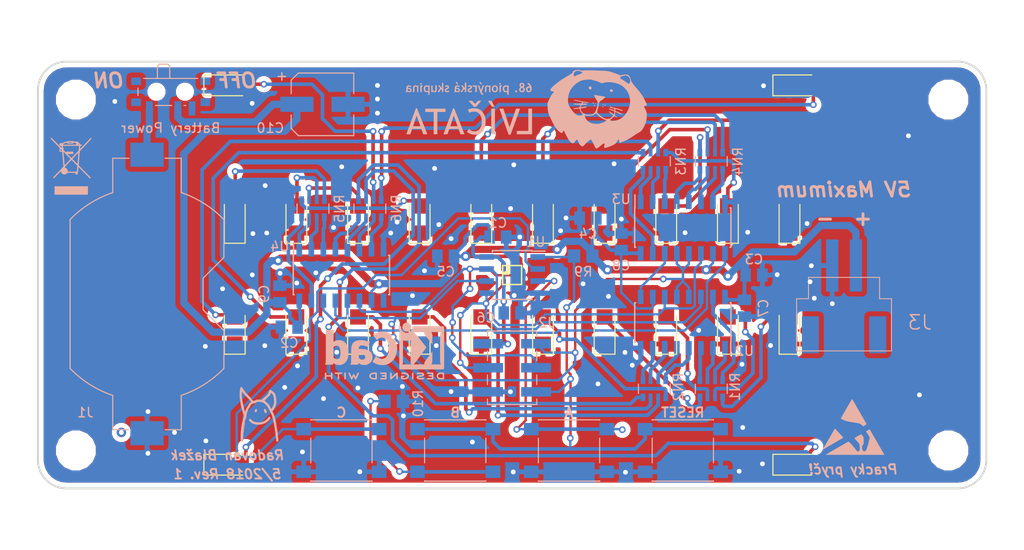
<source format=kicad_pcb>
(kicad_pcb (version 20190516) (host pcbnew "(5.1.0-1008-g945eaceb9)")
  (title_block (title "Score_board") (date "2018-05-05") (rev "1") (company "68. PS Lvíčata"))
  (layers (0 "F.Cu" signal) (31 "B.Cu" signal) (34 "B.Paste" user hide) (35 "F.Paste" user hide) (36 "B.SilkS" user) (37 "F.SilkS" user) (38 "B.Mask" user) (39 "F.Mask" user) (44 "Edge.Cuts" user))
  (net 0 "")
  (net 1 "+3V3")
  (net 2 "GND")
  (net 3 "Net-(D2-Pad2)")
  (net 4 "Net-(D3-Pad2)")
  (net 5 "Net-(D4-Pad2)")
  (net 6 "Net-(D5-Pad2)")
  (net 7 "Net-(D6-Pad2)")
  (net 8 "Net-(D7-Pad2)")
  (net 9 "Net-(D8-Pad2)")
  (net 10 "Net-(U2-Pad9)")
  (net 11 "Net-(D1-Pad2)")
  (net 12 "Net-(D9-Pad6)")
  (net 13 "Net-(D9-Pad1)")
  (net 14 "Net-(R10-Pad2)")
  (net 15 "/PB5")
  (net 16 "/PB3")
  (net 17 "/PB4")
  (net 18 "/PB0")
  (net 19 "/PB1")
  (net 20 "/PB2")
  (net 21 "Net-(U3-Pad9)")
  (net 22 "Net-(U4-Pad9)")
  (net 23 "Net-(D18-Pad2)")
  (net 24 "Net-(D21-Pad2)")
  (net 25 "Net-(D20-Pad2)")
  (net 26 "Net-(D19-Pad2)")
  (net 27 "Net-(D11-Pad2)")
  (net 28 "Net-(D12-Pad2)")
  (net 29 "Net-(D13-Pad2)")
  (net 30 "Net-(D14-Pad2)")
  (net 31 "Net-(D15-Pad2)")
  (net 32 "Net-(D16-Pad2)")
  (net 33 "Net-(D17-Pad2)")
  (net 34 "Net-(D10-Pad2)")
  (net 35 "Net-(RN6-Pad4)")
  (net 36 "Net-(RN6-Pad2)")
  (net 37 "Net-(RN6-Pad3)")
  (net 38 "Net-(RN6-Pad1)")
  (net 39 "Net-(D25-Pad2)")
  (net 40 "Net-(D24-Pad2)")
  (net 41 "Net-(D23-Pad2)")
  (net 42 "Net-(D22-Pad2)")
  (net 43 "Net-(J1-Pad1)")
  (net 44 "Net-(RN1-Pad1)")
  (net 45 "Net-(RN1-Pad3)")
  (net 46 "Net-(RN1-Pad2)")
  (net 47 "Net-(RN1-Pad4)")
  (net 48 "Net-(RN5-Pad1)")
  (net 49 "Net-(RN5-Pad3)")
  (net 50 "Net-(RN5-Pad2)")
  (net 51 "Net-(RN5-Pad4)")
  (net 52 "Net-(RN4-Pad4)")
  (net 53 "Net-(RN4-Pad2)")
  (net 54 "Net-(RN4-Pad3)")
  (net 55 "Net-(RN4-Pad1)")
  (net 56 "Net-(RN3-Pad1)")
  (net 57 "Net-(RN3-Pad3)")
  (net 58 "Net-(RN3-Pad2)")
  (net 59 "Net-(RN3-Pad4)")
  (net 60 "Net-(RN2-Pad4)")
  (net 61 "Net-(RN2-Pad2)")
  (net 62 "Net-(RN2-Pad3)")
  (net 63 "Net-(RN2-Pad1)")
  (module "Capacitor_SMD:CP_Elec_6.3x5.8" (layer "B.Cu") (at 90 107)
    (fp_text reference "C10" (at -5.5 2.5) (layer "B.SilkS") (effects (justify mirror)))
    (fp_text value "330uF")
    (fp_text user "+" (at -4.28 -3.01) (layer "B.SilkS") (effects (justify mirror)))
    (pad "1" smd rect (at -2.7 0 180) (size 3.5 1.6) (layers "B.Cu" "B.Paste" "B.Mask") (net 1 "+3V3"))
    (pad "2" smd rect (at 2.7 0 180) (size 3.5 1.6) (layers "B.Cu" "B.Paste" "B.Mask") (net 2 "GND"))
  )
  (module "Connector_PinHeader_2.54mm:PinHeader_2x03_P2.54mm_Vertical_SMD" (layer "B.Cu") (at 110 134.78 180)
    (fp_text reference "J2" (at -3.61 4.76 180) (layer "B.SilkS") (effects (justify mirror)))
    (fp_text value "AVR-ISP-6")
    (pad "1" smd rect (at -2.525 2.54 180) (size 3.15 1) (layers "B.Cu" "B.Paste" "B.Mask") (net 19 "/PB1"))
    (pad "2" smd rect (at 2.525 2.54 180) (size 3.15 1) (layers "B.Cu" "B.Paste" "B.Mask") (net 1 "+3V3"))
    (pad "3" smd rect (at -2.525 0 180) (size 3.15 1) (layers "B.Cu" "B.Paste" "B.Mask") (net 20 "/PB2"))
    (pad "4" smd rect (at 2.525 0 180) (size 3.15 1) (layers "B.Cu" "B.Paste" "B.Mask") (net 18 "/PB0"))
    (pad "5" smd rect (at -2.525 -2.54 180) (size 3.15 1) (layers "B.Cu" "B.Paste" "B.Mask") (net 15 "/PB5"))
    (pad "6" smd rect (at 2.525 -2.54 180) (size 3.15 1) (layers "B.Cu" "B.Paste" "B.Mask") (net 2 "GND"))
  )
  (module "Capacitor_SMD:C_0805_2012Metric" (layer "B.Cu") (at 134.5 128.5 90)
    (fp_text reference "C7" (at 0 2 90) (layer "B.SilkS") (effects (justify mirror)))
    (fp_text value "100nF")
    (pad "2" smd rect (at 0.88 0 90) (size 1.12 1.4) (layers "B.Cu" "B.Paste" "B.Mask") (net 1 "+3V3"))
    (pad "1" smd rect (at -0.88 0 90) (size 1.12 1.4) (layers "B.Cu" "B.Paste" "B.Mask") (net 2 "GND"))
  )
  (module "Capacitor_SMD:C_0805_2012Metric" (layer "B.Cu") (at 135.5 125 180)
    (fp_text reference "C3" (at 0 1.65 180) (layer "B.SilkS") (effects (justify mirror)))
    (fp_text value "10uF")
    (pad "1" smd rect (at -0.88 0 180) (size 1.12 1.4) (layers "B.Cu" "B.Paste" "B.Mask") (net 2 "GND"))
    (pad "2" smd rect (at 0.88 0 180) (size 1.12 1.4) (layers "B.Cu" "B.Paste" "B.Mask") (net 1 "+3V3"))
  )
  (module "Capacitor_SMD:C_0805_2012Metric" (layer "B.Cu") (at 118 119)
    (fp_text reference "C4" (at 0 1.65) (layer "B.SilkS") (effects (justify mirror)))
    (fp_text value "10uF")
    (pad "2" smd rect (at 0.88 0) (size 1.12 1.4) (layers "B.Cu" "B.Paste" "B.Mask") (net 1 "+3V3"))
    (pad "1" smd rect (at -0.88 0) (size 1.12 1.4) (layers "B.Cu" "B.Paste" "B.Mask") (net 2 "GND"))
  )
  (module "Capacitor_SMD:C_0805_2012Metric" (layer "B.Cu") (at 103 123)
    (fp_text reference "C5" (at 0 1.65) (layer "B.SilkS") (effects (justify mirror)))
    (fp_text value "10uF")
    (pad "1" smd rect (at -0.88 0) (size 1.12 1.4) (layers "B.Cu" "B.Paste" "B.Mask") (net 2 "GND"))
    (pad "2" smd rect (at 0.88 0) (size 1.12 1.4) (layers "B.Cu" "B.Paste" "B.Mask") (net 1 "+3V3"))
  )
  (module "Capacitor_SMD:C_0805_2012Metric" (layer "B.Cu") (at 110 129 180)
    (fp_text reference "C6" (at 2.78 -0.5 180) (layer "B.SilkS") (effects (justify mirror)))
    (fp_text value "10uF")
    (pad "2" smd rect (at 0.88 0 180) (size 1.12 1.4) (layers "B.Cu" "B.Paste" "B.Mask") (net 1 "+3V3"))
    (pad "1" smd rect (at -0.88 0 180) (size 1.12 1.4) (layers "B.Cu" "B.Paste" "B.Mask") (net 2 "GND"))
  )
  (module "Capacitor_SMD:C_0805_2012Metric" (layer "B.Cu") (at 121.5 121.5 270)
    (fp_text reference "C8" (at 2.5 0) (layer "B.SilkS") (effects (justify mirror)))
    (fp_text value "100nF")
    (pad "1" smd rect (at -0.88 0 270) (size 1.12 1.4) (layers "B.Cu" "B.Paste" "B.Mask") (net 2 "GND"))
    (pad "2" smd rect (at 0.88 0 270) (size 1.12 1.4) (layers "B.Cu" "B.Paste" "B.Mask") (net 1 "+3V3"))
  )
  (module "Capacitor_SMD:C_0805_2012Metric" (layer "B.Cu") (at 85.5 127 270)
    (fp_text reference "C9" (at 0 1.65 270) (layer "B.SilkS") (effects (justify mirror)))
    (fp_text value "100nF")
    (pad "2" smd rect (at 0.88 0 270) (size 1.12 1.4) (layers "B.Cu" "B.Paste" "B.Mask") (net 1 "+3V3"))
    (pad "1" smd rect (at -0.88 0 270) (size 1.12 1.4) (layers "B.Cu" "B.Paste" "B.Mask") (net 2 "GND"))
  )
  (module "Capacitor_SMD:C_0805_2012Metric" (layer "B.Cu") (at 86.5 130.5)
    (fp_text reference "C2" (at 0 1.65) (layer "B.SilkS") (effects (justify mirror)))
    (fp_text value "10uF")
    (pad "1" smd rect (at -0.88 0) (size 1.12 1.4) (layers "B.Cu" "B.Paste" "B.Mask") (net 2 "GND"))
    (pad "2" smd rect (at 0.88 0) (size 1.12 1.4) (layers "B.Cu" "B.Paste" "B.Mask") (net 1 "+3V3"))
  )
  (module "Button_Switch_SMD:SW_SPDT_PCM12" (layer "B.Cu") (at 74 106)
    (fp_text reference "SW1" hide)
    (fp_text value "Battery Power" (at 0 3.5 -180) (layer "B.SilkS") (effects (justify mirror)))
    (pad "" np_thru_hole circle (at -1.5 -0.33) (size 0.9 0.9) (drill 0.9) (layers *.Cu *.Mask))
    (pad "" np_thru_hole circle (at 1.5 -0.33) (size 0.9 0.9) (drill 0.9) (layers *.Cu *.Mask))
    (pad "1" smd rect (at -2.25 1.43) (size 0.7 1.5) (layers "B.Cu" "B.Paste" "B.Mask") (net 43 "Net-(J1-Pad1)"))
    (pad "2" smd rect (at 0.75 1.43) (size 0.7 1.5) (layers "B.Cu" "B.Paste" "B.Mask") (net 1 "+3V3"))
    (pad "3" smd rect (at 2.25 1.43) (size 0.7 1.5) (layers "B.Cu" "B.Paste" "B.Mask"))
    (pad "" smd rect (at -3.65 -1.43) (size 1 0.8) (layers "B.Cu" "B.Paste" "B.Mask"))
    (pad "" smd rect (at 3.65 -1.43) (size 1 0.8) (layers "B.Cu" "B.Paste" "B.Mask"))
    (pad "" smd rect (at 3.65 0.78) (size 1 0.8) (layers "B.Cu" "B.Paste" "B.Mask"))
    (pad "" smd rect (at -3.65 0.78) (size 1 0.8) (layers "B.Cu" "B.Paste" "B.Mask"))
  )
  (module "Button_Switch_SMD:SW_SPST_PTS645" (layer "B.Cu") (at 128 143.5 180)
    (fp_text reference "SW5" hide)
    (fp_text value "RESET" (at 0 4 180) (layer "B.SilkS") (effects (font (thickness 0.2)) (justify mirror)))
    (pad "2" smd rect (at 3.98 -2.25 180) (size 1.55 1.3) (layers "B.Cu" "B.Paste" "B.Mask") (net 2 "GND"))
    (pad "1" smd rect (at 3.98 2.25 180) (size 1.55 1.3) (layers "B.Cu" "B.Paste" "B.Mask") (net 15 "/PB5"))
    (pad "1" smd rect (at -3.98 2.25 180) (size 1.55 1.3) (layers "B.Cu" "B.Paste" "B.Mask") (net 15 "/PB5"))
    (pad "2" smd rect (at -3.98 -2.25 180) (size 1.55 1.3) (layers "B.Cu" "B.Paste" "B.Mask") (net 2 "GND"))
  )
  (module "Button_Switch_SMD:SW_SPST_PTS645" (layer "B.Cu") (at 104 143.5 180)
    (fp_text reference "SW4" hide)
    (fp_text value "B" (at 0 4 180) (layer "B.SilkS") (effects (font (thickness 0.2)) (justify mirror)))
    (pad "2" smd rect (at -3.98 -2.25 180) (size 1.55 1.3) (layers "B.Cu" "B.Paste" "B.Mask") (net 14 "Net-(R10-Pad2)"))
    (pad "1" smd rect (at -3.98 2.25 180) (size 1.55 1.3) (layers "B.Cu" "B.Paste" "B.Mask") (net 15 "/PB5"))
    (pad "1" smd rect (at 3.98 2.25 180) (size 1.55 1.3) (layers "B.Cu" "B.Paste" "B.Mask") (net 15 "/PB5"))
    (pad "2" smd rect (at 3.98 -2.25 180) (size 1.55 1.3) (layers "B.Cu" "B.Paste" "B.Mask") (net 14 "Net-(R10-Pad2)"))
  )
  (module "Button_Switch_SMD:SW_SPST_PTS645" (layer "B.Cu") (at 116 143.5 180)
    (fp_text reference "SW3" hide)
    (fp_text value "A" (at 0 4 180) (layer "B.SilkS") (effects (font (thickness 0.2)) (justify mirror)))
    (pad "2" smd rect (at 3.98 -2.25 180) (size 1.55 1.3) (layers "B.Cu" "B.Paste" "B.Mask") (net 2 "GND"))
    (pad "1" smd rect (at 3.98 2.25 180) (size 1.55 1.3) (layers "B.Cu" "B.Paste" "B.Mask") (net 17 "/PB4"))
    (pad "1" smd rect (at -3.98 2.25 180) (size 1.55 1.3) (layers "B.Cu" "B.Paste" "B.Mask") (net 17 "/PB4"))
    (pad "2" smd rect (at -3.98 -2.25 180) (size 1.55 1.3) (layers "B.Cu" "B.Paste" "B.Mask") (net 2 "GND"))
  )
  (module "Button_Switch_SMD:SW_SPST_PTS645" (layer "B.Cu") (at 92 143.5 180)
    (fp_text reference "SW2" hide)
    (fp_text value "C" (at 0 4 180) (layer "B.SilkS") (effects (font (thickness 0.2)) (justify mirror)))
    (pad "2" smd rect (at -3.98 -2.25 180) (size 1.55 1.3) (layers "B.Cu" "B.Paste" "B.Mask") (net 2 "GND"))
    (pad "1" smd rect (at -3.98 2.25 180) (size 1.55 1.3) (layers "B.Cu" "B.Paste" "B.Mask") (net 16 "/PB3"))
    (pad "1" smd rect (at 3.98 2.25 180) (size 1.55 1.3) (layers "B.Cu" "B.Paste" "B.Mask") (net 16 "/PB3"))
    (pad "2" smd rect (at 3.98 -2.25 180) (size 1.55 1.3) (layers "B.Cu" "B.Paste" "B.Mask") (net 2 "GND"))
  )
  (module "LED_SMD:LED_1206_3216Metric_Castellated" (layer "F.Cu") (at 140 145)
    (fp_text reference "D22" hide)
    (fp_text value "LED")
    (pad "2" smd rect (at 1.43 0) (size 1.62 1.67) (layers "F.Cu" "F.Paste" "F.Mask") (net 42 "Net-(D22-Pad2)"))
    (pad "1" smd rect (at -1.43 0) (size 1.62 1.67) (layers "F.Cu" "F.Paste" "F.Mask") (net 2 "GND"))
  )
  (module "LED_SMD:LED_1206_3216Metric_Castellated" (layer "F.Cu") (at 80 145)
    (fp_text reference "D23" hide)
    (fp_text value "LED")
    (pad "1" smd rect (at -1.43 0) (size 1.62 1.67) (layers "F.Cu" "F.Paste" "F.Mask") (net 2 "GND"))
    (pad "2" smd rect (at 1.43 0) (size 1.62 1.67) (layers "F.Cu" "F.Paste" "F.Mask") (net 41 "Net-(D23-Pad2)"))
  )
  (module "LED_SMD:LED_1206_3216Metric_Castellated" (layer "F.Cu") (at 80 105)
    (fp_text reference "D24" hide)
    (fp_text value "LED")
    (pad "2" smd rect (at 1.43 0) (size 1.62 1.67) (layers "F.Cu" "F.Paste" "F.Mask") (net 40 "Net-(D24-Pad2)"))
    (pad "1" smd rect (at -1.43 0) (size 1.62 1.67) (layers "F.Cu" "F.Paste" "F.Mask") (net 2 "GND"))
  )
  (module "LED_SMD:LED_1206_3216Metric_Castellated" (layer "F.Cu") (at 140 105)
    (fp_text reference "D25" hide)
    (fp_text value "LED")
    (pad "1" smd rect (at -1.43 0) (size 1.62 1.67) (layers "F.Cu" "F.Paste" "F.Mask") (net 2 "GND"))
    (pad "2" smd rect (at 1.43 0) (size 1.62 1.67) (layers "F.Cu" "F.Paste" "F.Mask") (net 39 "Net-(D25-Pad2)"))
  )
  (module "Moje:JST XH SMD 2P" (layer "B.Cu") (at 145 124)
    (fp_text reference "J3" (at 8 6 -180) (layer "B.SilkS") (effects (font (size 1.5 1.5)) (justify mirror)))
    (fp_text value "External Power")
    (pad "2" smd rect (at -1.25 0) (size 1.3 5.5) (layers "B.Cu" "B.Paste" "B.Mask") (net 2 "GND"))
    (pad "1" smd rect (at 1.25 0) (size 1.3 5.5) (layers "B.Cu" "B.Paste" "B.Mask") (net 1 "+3V3"))
    (pad "" smd rect (at -3.55 7.3) (size 1.8 3.9) (layers "B.Cu" "B.Paste" "B.Mask"))
    (pad "" smd rect (at 3.55 7.3) (size 1.8 3.9) (layers "B.Cu" "B.Paste" "B.Mask"))
  )
  (module "Resistor_SMD:R_Array_Convex_4x0603" (layer "B.Cu") (at 125 137 270)
    (fp_text reference "RN2" (at -0.2 -2.52 270) (layer "B.SilkS") (effects (justify mirror)))
    (fp_text value "R_Pack04")
    (pad "5" smd rect (at 0.9 -1.2 270) (size 0.8 0.5) (layers "B.Cu" "B.Paste" "B.Mask") (net 6 "Net-(D5-Pad2)"))
    (pad "6" smd rect (at 0.9 -0.4 270) (size 0.8 0.4) (layers "B.Cu" "B.Paste" "B.Mask") (net 7 "Net-(D6-Pad2)"))
    (pad "8" smd rect (at 0.9 1.2 270) (size 0.8 0.5) (layers "B.Cu" "B.Paste" "B.Mask") (net 9 "Net-(D8-Pad2)"))
    (pad "7" smd rect (at 0.9 0.4 270) (size 0.8 0.4) (layers "B.Cu" "B.Paste" "B.Mask") (net 8 "Net-(D7-Pad2)"))
    (pad "4" smd rect (at -0.9 -1.2 270) (size 0.8 0.5) (layers "B.Cu" "B.Paste" "B.Mask") (net 60 "Net-(RN2-Pad4)"))
    (pad "2" smd rect (at -0.9 0.4 270) (size 0.8 0.4) (layers "B.Cu" "B.Paste" "B.Mask") (net 61 "Net-(RN2-Pad2)"))
    (pad "3" smd rect (at -0.9 -0.4 270) (size 0.8 0.4) (layers "B.Cu" "B.Paste" "B.Mask") (net 62 "Net-(RN2-Pad3)"))
    (pad "1" smd rect (at -0.9 1.2 270) (size 0.8 0.5) (layers "B.Cu" "B.Paste" "B.Mask") (net 63 "Net-(RN2-Pad1)"))
  )
  (module "Resistor_SMD:R_Array_Convex_4x0603" (layer "B.Cu") (at 125 113 90)
    (fp_text reference "RN3" (at 0 2.8 90) (layer "B.SilkS") (effects (justify mirror)))
    (fp_text value "R_Pack04")
    (pad "1" smd rect (at -0.9 1.2 90) (size 0.8 0.5) (layers "B.Cu" "B.Paste" "B.Mask") (net 56 "Net-(RN3-Pad1)"))
    (pad "3" smd rect (at -0.9 -0.4 90) (size 0.8 0.4) (layers "B.Cu" "B.Paste" "B.Mask") (net 57 "Net-(RN3-Pad3)"))
    (pad "2" smd rect (at -0.9 0.4 90) (size 0.8 0.4) (layers "B.Cu" "B.Paste" "B.Mask") (net 58 "Net-(RN3-Pad2)"))
    (pad "4" smd rect (at -0.9 -1.2 90) (size 0.8 0.5) (layers "B.Cu" "B.Paste" "B.Mask") (net 59 "Net-(RN3-Pad4)"))
    (pad "7" smd rect (at 0.9 0.4 90) (size 0.8 0.4) (layers "B.Cu" "B.Paste" "B.Mask") (net 28 "Net-(D12-Pad2)"))
    (pad "8" smd rect (at 0.9 1.2 90) (size 0.8 0.5) (layers "B.Cu" "B.Paste" "B.Mask") (net 29 "Net-(D13-Pad2)"))
    (pad "6" smd rect (at 0.9 -0.4 90) (size 0.8 0.4) (layers "B.Cu" "B.Paste" "B.Mask") (net 27 "Net-(D11-Pad2)"))
    (pad "5" smd rect (at 0.9 -1.2 90) (size 0.8 0.5) (layers "B.Cu" "B.Paste" "B.Mask") (net 34 "Net-(D10-Pad2)"))
  )
  (module "Resistor_SMD:R_Array_Convex_4x0603" (layer "B.Cu") (at 131 113 90)
    (fp_text reference "RN4" (at 0 2.8 90) (layer "B.SilkS") (effects (justify mirror)))
    (fp_text value "R_Pack04")
    (pad "5" smd rect (at 0.9 -1.2 90) (size 0.8 0.5) (layers "B.Cu" "B.Paste" "B.Mask") (net 30 "Net-(D14-Pad2)"))
    (pad "6" smd rect (at 0.9 -0.4 90) (size 0.8 0.4) (layers "B.Cu" "B.Paste" "B.Mask") (net 31 "Net-(D15-Pad2)"))
    (pad "8" smd rect (at 0.9 1.2 90) (size 0.8 0.5) (layers "B.Cu" "B.Paste" "B.Mask") (net 33 "Net-(D17-Pad2)"))
    (pad "7" smd rect (at 0.9 0.4 90) (size 0.8 0.4) (layers "B.Cu" "B.Paste" "B.Mask") (net 32 "Net-(D16-Pad2)"))
    (pad "4" smd rect (at -0.9 -1.2 90) (size 0.8 0.5) (layers "B.Cu" "B.Paste" "B.Mask") (net 52 "Net-(RN4-Pad4)"))
    (pad "2" smd rect (at -0.9 0.4 90) (size 0.8 0.4) (layers "B.Cu" "B.Paste" "B.Mask") (net 53 "Net-(RN4-Pad2)"))
    (pad "3" smd rect (at -0.9 -0.4 90) (size 0.8 0.4) (layers "B.Cu" "B.Paste" "B.Mask") (net 54 "Net-(RN4-Pad3)"))
    (pad "1" smd rect (at -0.9 1.2 90) (size 0.8 0.5) (layers "B.Cu" "B.Paste" "B.Mask") (net 55 "Net-(RN4-Pad1)"))
  )
  (module "Resistor_SMD:R_Array_Convex_4x0603" (layer "B.Cu") (at 89 118 90)
    (fp_text reference "RN5" (at 0 2.8 90) (layer "B.SilkS") (effects (justify mirror)))
    (fp_text value "R_Pack04")
    (pad "1" smd rect (at -0.9 1.2 90) (size 0.8 0.5) (layers "B.Cu" "B.Paste" "B.Mask") (net 48 "Net-(RN5-Pad1)"))
    (pad "3" smd rect (at -0.9 -0.4 90) (size 0.8 0.4) (layers "B.Cu" "B.Paste" "B.Mask") (net 49 "Net-(RN5-Pad3)"))
    (pad "2" smd rect (at -0.9 0.4 90) (size 0.8 0.4) (layers "B.Cu" "B.Paste" "B.Mask") (net 50 "Net-(RN5-Pad2)"))
    (pad "4" smd rect (at -0.9 -1.2 90) (size 0.8 0.5) (layers "B.Cu" "B.Paste" "B.Mask") (net 51 "Net-(RN5-Pad4)"))
    (pad "7" smd rect (at 0.9 0.4 90) (size 0.8 0.4) (layers "B.Cu" "B.Paste" "B.Mask") (net 25 "Net-(D20-Pad2)"))
    (pad "8" smd rect (at 0.9 1.2 90) (size 0.8 0.5) (layers "B.Cu" "B.Paste" "B.Mask") (net 24 "Net-(D21-Pad2)"))
    (pad "6" smd rect (at 0.9 -0.4 90) (size 0.8 0.4) (layers "B.Cu" "B.Paste" "B.Mask") (net 26 "Net-(D19-Pad2)"))
    (pad "5" smd rect (at 0.9 -1.2 90) (size 0.8 0.5) (layers "B.Cu" "B.Paste" "B.Mask") (net 23 "Net-(D18-Pad2)"))
  )
  (module "Resistor_SMD:R_Array_Convex_4x0603" (layer "B.Cu") (at 95 118 90)
    (fp_text reference "RN6" (at 0 2.8 90) (layer "B.SilkS") (effects (justify mirror)))
    (fp_text value "R_Pack04")
    (pad "5" smd rect (at 0.9 -1.2 90) (size 0.8 0.5) (layers "B.Cu" "B.Paste" "B.Mask") (net 42 "Net-(D22-Pad2)"))
    (pad "6" smd rect (at 0.9 -0.4 90) (size 0.8 0.4) (layers "B.Cu" "B.Paste" "B.Mask") (net 41 "Net-(D23-Pad2)"))
    (pad "8" smd rect (at 0.9 1.2 90) (size 0.8 0.5) (layers "B.Cu" "B.Paste" "B.Mask") (net 39 "Net-(D25-Pad2)"))
    (pad "7" smd rect (at 0.9 0.4 90) (size 0.8 0.4) (layers "B.Cu" "B.Paste" "B.Mask") (net 40 "Net-(D24-Pad2)"))
    (pad "4" smd rect (at -0.9 -1.2 90) (size 0.8 0.5) (layers "B.Cu" "B.Paste" "B.Mask") (net 35 "Net-(RN6-Pad4)"))
    (pad "2" smd rect (at -0.9 0.4 90) (size 0.8 0.4) (layers "B.Cu" "B.Paste" "B.Mask") (net 36 "Net-(RN6-Pad2)"))
    (pad "3" smd rect (at -0.9 -0.4 90) (size 0.8 0.4) (layers "B.Cu" "B.Paste" "B.Mask") (net 37 "Net-(RN6-Pad3)"))
    (pad "1" smd rect (at -0.9 1.2 90) (size 0.8 0.5) (layers "B.Cu" "B.Paste" "B.Mask") (net 38 "Net-(RN6-Pad1)"))
  )
  (module "Resistor_SMD:R_Array_Convex_4x0603" (layer "B.Cu") (at 131 137 270)
    (fp_text reference "RN1" (at -0.22 -2.51 270) (layer "B.SilkS") (effects (justify mirror)))
    (fp_text value "R_Pack04")
    (pad "1" smd rect (at -0.9 1.2 270) (size 0.8 0.5) (layers "B.Cu" "B.Paste" "B.Mask") (net 44 "Net-(RN1-Pad1)"))
    (pad "3" smd rect (at -0.9 -0.4 270) (size 0.8 0.4) (layers "B.Cu" "B.Paste" "B.Mask") (net 45 "Net-(RN1-Pad3)"))
    (pad "2" smd rect (at -0.9 0.4 270) (size 0.8 0.4) (layers "B.Cu" "B.Paste" "B.Mask") (net 46 "Net-(RN1-Pad2)"))
    (pad "4" smd rect (at -0.9 -1.2 270) (size 0.8 0.5) (layers "B.Cu" "B.Paste" "B.Mask") (net 47 "Net-(RN1-Pad4)"))
    (pad "7" smd rect (at 0.9 0.4 270) (size 0.8 0.4) (layers "B.Cu" "B.Paste" "B.Mask") (net 4 "Net-(D3-Pad2)"))
    (pad "8" smd rect (at 0.9 1.2 270) (size 0.8 0.5) (layers "B.Cu" "B.Paste" "B.Mask") (net 5 "Net-(D4-Pad2)"))
    (pad "6" smd rect (at 0.9 -0.4 270) (size 0.8 0.4) (layers "B.Cu" "B.Paste" "B.Mask") (net 3 "Net-(D2-Pad2)"))
    (pad "5" smd rect (at 0.9 -1.2 270) (size 0.8 0.5) (layers "B.Cu" "B.Paste" "B.Mask") (net 11 "Net-(D1-Pad2)"))
  )
  (module "LED_SMD:LED_1206_3216Metric_Castellated" (layer "F.Cu") (at 87.25 130.85 90)
    (fp_text reference "D10" hide)
    (fp_text value "Yellow LED")
    (pad "1" smd rect (at -1.43 0 90) (size 1.62 1.67) (layers "F.Cu" "F.Paste" "F.Mask") (net 2 "GND"))
    (pad "2" smd rect (at 1.43 0 90) (size 1.62 1.67) (layers "F.Cu" "F.Paste" "F.Mask") (net 34 "Net-(D10-Pad2)"))
  )
  (module "LED_SMD:LED_1206_3216Metric_Castellated" (layer "F.Cu") (at 100.25 130.85 90)
    (fp_text reference "D7" hide)
    (fp_text value "Yellow LED")
    (pad "2" smd rect (at 1.43 0 90) (size 1.62 1.67) (layers "F.Cu" "F.Paste" "F.Mask") (net 8 "Net-(D7-Pad2)"))
    (pad "1" smd rect (at -1.43 0 90) (size 1.62 1.67) (layers "F.Cu" "F.Paste" "F.Mask") (net 2 "GND"))
  )
  (module "LED_SMD:LED_1206_3216Metric_Castellated" (layer "F.Cu") (at 106.75 130.85 90)
    (fp_text reference "D6" hide)
    (fp_text value "Yellow LED")
    (pad "1" smd rect (at -1.43 0 90) (size 1.62 1.67) (layers "F.Cu" "F.Paste" "F.Mask") (net 2 "GND"))
    (pad "2" smd rect (at 1.43 0 90) (size 1.62 1.67) (layers "F.Cu" "F.Paste" "F.Mask") (net 7 "Net-(D6-Pad2)"))
  )
  (module "LED_SMD:LED_1206_3216Metric_Castellated" (layer "F.Cu") (at 113.25 130.85 90)
    (fp_text reference "D5" hide)
    (fp_text value "Yellow LED")
    (pad "2" smd rect (at 1.43 0 90) (size 1.62 1.67) (layers "F.Cu" "F.Paste" "F.Mask") (net 6 "Net-(D5-Pad2)"))
    (pad "1" smd rect (at -1.43 0 90) (size 1.62 1.67) (layers "F.Cu" "F.Paste" "F.Mask") (net 2 "GND"))
  )
  (module "LED_SMD:LED_1206_3216Metric_Castellated" (layer "F.Cu") (at 119.75 130.85 90)
    (fp_text reference "D4" hide)
    (fp_text value "Yellow LED")
    (pad "1" smd rect (at -1.43 0 90) (size 1.62 1.67) (layers "F.Cu" "F.Paste" "F.Mask") (net 2 "GND"))
    (pad "2" smd rect (at 1.43 0 90) (size 1.62 1.67) (layers "F.Cu" "F.Paste" "F.Mask") (net 5 "Net-(D4-Pad2)"))
  )
  (module "LED_SMD:LED_1206_3216Metric_Castellated" (layer "F.Cu") (at 126.25 130.85 90)
    (fp_text reference "D3" hide)
    (fp_text value "Yellow LED")
    (pad "2" smd rect (at 1.43 0 90) (size 1.62 1.67) (layers "F.Cu" "F.Paste" "F.Mask") (net 4 "Net-(D3-Pad2)"))
    (pad "1" smd rect (at -1.43 0 90) (size 1.62 1.67) (layers "F.Cu" "F.Paste" "F.Mask") (net 2 "GND"))
  )
  (module "LED_SMD:LED_1206_3216Metric_Castellated" (layer "F.Cu") (at 132.75 130.85 90)
    (fp_text reference "D2" hide)
    (fp_text value "Yellow LED")
    (pad "1" smd rect (at -1.43 0 90) (size 1.62 1.67) (layers "F.Cu" "F.Paste" "F.Mask") (net 2 "GND"))
    (pad "2" smd rect (at 1.43 0 90) (size 1.62 1.67) (layers "F.Cu" "F.Paste" "F.Mask") (net 3 "Net-(D2-Pad2)"))
  )
  (module "LED_SMD:LED_1206_3216Metric_Castellated" (layer "F.Cu") (at 139.25 130.85 90)
    (fp_text reference "D1" hide)
    (fp_text value "Yellow LED")
    (pad "2" smd rect (at 1.43 0 90) (size 1.62 1.67) (layers "F.Cu" "F.Paste" "F.Mask") (net 11 "Net-(D1-Pad2)"))
    (pad "1" smd rect (at -1.43 0 90) (size 1.62 1.67) (layers "F.Cu" "F.Paste" "F.Mask") (net 2 "GND"))
  )
  (module "LED_SMD:LED_1206_3216Metric_Castellated" (layer "F.Cu") (at 80.75 130.85 90)
    (fp_text reference "D11" hide)
    (fp_text value "Yellow LED")
    (pad "1" smd rect (at -1.43 0 90) (size 1.62 1.67) (layers "F.Cu" "F.Paste" "F.Mask") (net 2 "GND"))
    (pad "2" smd rect (at 1.43 0 90) (size 1.62 1.67) (layers "F.Cu" "F.Paste" "F.Mask") (net 27 "Net-(D11-Pad2)"))
  )
  (module "LED_SMD:LED_1206_3216Metric_Castellated" (layer "F.Cu") (at 93.75 130.85 90)
    (fp_text reference "D8" hide)
    (fp_text value "Yellow LED")
    (pad "2" smd rect (at 1.43 0 90) (size 1.62 1.67) (layers "F.Cu" "F.Paste" "F.Mask") (net 9 "Net-(D8-Pad2)"))
    (pad "1" smd rect (at -1.43 0 90) (size 1.62 1.67) (layers "F.Cu" "F.Paste" "F.Mask") (net 2 "GND"))
  )
  (module "LED_SMD:LED_1206_3216Metric_Castellated" (layer "F.Cu") (at 139.25 119.15 90)
    (fp_text reference "D12" hide)
    (fp_text value "Red LED")
    (pad "2" smd rect (at 1.43 0 90) (size 1.62 1.67) (layers "F.Cu" "F.Paste" "F.Mask") (net 28 "Net-(D12-Pad2)"))
    (pad "1" smd rect (at -1.43 0 90) (size 1.62 1.67) (layers "F.Cu" "F.Paste" "F.Mask") (net 2 "GND"))
  )
  (module "LED_SMD:LED_1206_3216Metric_Castellated" (layer "F.Cu") (at 126.25 119.15 90)
    (fp_text reference "D14" hide)
    (fp_text value "Red LED")
    (pad "1" smd rect (at -1.43 0 90) (size 1.62 1.67) (layers "F.Cu" "F.Paste" "F.Mask") (net 2 "GND"))
    (pad "2" smd rect (at 1.43 0 90) (size 1.62 1.67) (layers "F.Cu" "F.Paste" "F.Mask") (net 30 "Net-(D14-Pad2)"))
  )
  (module "LED_SMD:LED_1206_3216Metric_Castellated" (layer "F.Cu") (at 119.75 119.15 90)
    (fp_text reference "D15" hide)
    (fp_text value "Red LED")
    (pad "2" smd rect (at 1.43 0 90) (size 1.62 1.67) (layers "F.Cu" "F.Paste" "F.Mask") (net 31 "Net-(D15-Pad2)"))
    (pad "1" smd rect (at -1.43 0 90) (size 1.62 1.67) (layers "F.Cu" "F.Paste" "F.Mask") (net 2 "GND"))
  )
  (module "LED_SMD:LED_1206_3216Metric_Castellated" (layer "F.Cu") (at 106.75 119.15 90)
    (fp_text reference "D17" hide)
    (fp_text value "Red LED")
    (pad "1" smd rect (at -1.43 0 90) (size 1.62 1.67) (layers "F.Cu" "F.Paste" "F.Mask") (net 2 "GND"))
    (pad "2" smd rect (at 1.43 0 90) (size 1.62 1.67) (layers "F.Cu" "F.Paste" "F.Mask") (net 33 "Net-(D17-Pad2)"))
  )
  (module "LED_SMD:LED_1206_3216Metric_Castellated" (layer "F.Cu") (at 100.25 119.15 90)
    (fp_text reference "D18" hide)
    (fp_text value "Red LED")
    (pad "2" smd rect (at 1.43 0 90) (size 1.62 1.67) (layers "F.Cu" "F.Paste" "F.Mask") (net 23 "Net-(D18-Pad2)"))
    (pad "1" smd rect (at -1.43 0 90) (size 1.62 1.67) (layers "F.Cu" "F.Paste" "F.Mask") (net 2 "GND"))
  )
  (module "LED_SMD:LED_1206_3216Metric_Castellated" (layer "F.Cu") (at 93.75 119.15 90)
    (fp_text reference "D19" hide)
    (fp_text value "Red LED")
    (pad "1" smd rect (at -1.43 0 90) (size 1.62 1.67) (layers "F.Cu" "F.Paste" "F.Mask") (net 2 "GND"))
    (pad "2" smd rect (at 1.43 0 90) (size 1.62 1.67) (layers "F.Cu" "F.Paste" "F.Mask") (net 26 "Net-(D19-Pad2)"))
  )
  (module "LED_SMD:LED_1206_3216Metric_Castellated" (layer "F.Cu") (at 87.25 119.15 90)
    (fp_text reference "D20" hide)
    (fp_text value "Red LED")
    (pad "1" smd rect (at -1.43 0 90) (size 1.62 1.67) (layers "F.Cu" "F.Paste" "F.Mask") (net 2 "GND"))
    (pad "2" smd rect (at 1.43 0 90) (size 1.62 1.67) (layers "F.Cu" "F.Paste" "F.Mask") (net 25 "Net-(D20-Pad2)"))
  )
  (module "LED_SMD:LED_1206_3216Metric_Castellated" (layer "F.Cu") (at 132.75 119.15 90)
    (fp_text reference "D13" hide)
    (fp_text value "Red LED")
    (pad "1" smd rect (at -1.43 0 90) (size 1.62 1.67) (layers "F.Cu" "F.Paste" "F.Mask") (net 2 "GND"))
    (pad "2" smd rect (at 1.43 0 90) (size 1.62 1.67) (layers "F.Cu" "F.Paste" "F.Mask") (net 29 "Net-(D13-Pad2)"))
  )
  (module "LED_SMD:LED_1206_3216Metric_Castellated" (layer "F.Cu") (at 80.75 119.15 90)
    (fp_text reference "D21" hide)
    (fp_text value "Red LED")
    (pad "1" smd rect (at -1.43 0 90) (size 1.62 1.67) (layers "F.Cu" "F.Paste" "F.Mask") (net 2 "GND"))
    (pad "2" smd rect (at 1.43 0 90) (size 1.62 1.67) (layers "F.Cu" "F.Paste" "F.Mask") (net 24 "Net-(D21-Pad2)"))
  )
  (module "LED_SMD:LED_1206_3216Metric_Castellated" (layer "F.Cu") (at 113.25 119.15 90)
    (fp_text reference "D16" hide)
    (fp_text value "Red LED")
    (pad "1" smd rect (at -1.43 0 90) (size 1.62 1.67) (layers "F.Cu" "F.Paste" "F.Mask") (net 2 "GND"))
    (pad "2" smd rect (at 1.43 0 90) (size 1.62 1.67) (layers "F.Cu" "F.Paste" "F.Mask") (net 32 "Net-(D16-Pad2)"))
  )
  (module "Package_SO:SOIC-16_3.9x9.9mm_P1.27mm" (layer "B.Cu") (at 92 125 270)
    (fp_text reference "U4" (at -3 6.5) (layer "B.SilkS") (effects (justify mirror)))
    (fp_text value "74HC595")
    (pad "16" smd rect (at 2.7 4.445 270) (size 1.5 0.6) (layers "B.Cu" "B.Paste" "B.Mask") (net 1 "+3V3"))
    (pad "15" smd rect (at 2.7 3.175 270) (size 1.5 0.6) (layers "B.Cu" "B.Paste" "B.Mask") (net 51 "Net-(RN5-Pad4)"))
    (pad "14" smd rect (at 2.7 1.905 270) (size 1.5 0.6) (layers "B.Cu" "B.Paste" "B.Mask") (net 21 "Net-(U3-Pad9)"))
    (pad "13" smd rect (at 2.7 0.635 270) (size 1.5 0.6) (layers "B.Cu" "B.Paste" "B.Mask") (net 19 "/PB1"))
    (pad "12" smd rect (at 2.7 -0.635 270) (size 1.5 0.6) (layers "B.Cu" "B.Paste" "B.Mask") (net 19 "/PB1"))
    (pad "11" smd rect (at 2.7 -1.905 270) (size 1.5 0.6) (layers "B.Cu" "B.Paste" "B.Mask") (net 20 "/PB2"))
    (pad "10" smd rect (at 2.7 -3.175 270) (size 1.5 0.6) (layers "B.Cu" "B.Paste" "B.Mask") (net 1 "+3V3"))
    (pad "9" smd rect (at 2.7 -4.445 270) (size 1.5 0.6) (layers "B.Cu" "B.Paste" "B.Mask") (net 22 "Net-(U4-Pad9)"))
    (pad "8" smd rect (at -2.7 -4.445 270) (size 1.5 0.6) (layers "B.Cu" "B.Paste" "B.Mask") (net 2 "GND"))
    (pad "7" smd rect (at -2.7 -3.175 270) (size 1.5 0.6) (layers "B.Cu" "B.Paste" "B.Mask") (net 38 "Net-(RN6-Pad1)"))
    (pad "6" smd rect (at -2.7 -1.905 270) (size 1.5 0.6) (layers "B.Cu" "B.Paste" "B.Mask") (net 36 "Net-(RN6-Pad2)"))
    (pad "5" smd rect (at -2.7 -0.635 270) (size 1.5 0.6) (layers "B.Cu" "B.Paste" "B.Mask") (net 37 "Net-(RN6-Pad3)"))
    (pad "4" smd rect (at -2.7 0.635 270) (size 1.5 0.6) (layers "B.Cu" "B.Paste" "B.Mask") (net 35 "Net-(RN6-Pad4)"))
    (pad "3" smd rect (at -2.7 1.905 270) (size 1.5 0.6) (layers "B.Cu" "B.Paste" "B.Mask") (net 48 "Net-(RN5-Pad1)"))
    (pad "2" smd rect (at -2.7 3.175 270) (size 1.5 0.6) (layers "B.Cu" "B.Paste" "B.Mask") (net 50 "Net-(RN5-Pad2)"))
    (pad "1" smd rect (at -2.7 4.445 270) (size 1.5 0.6) (layers "B.Cu" "B.Paste" "B.Mask") (net 49 "Net-(RN5-Pad3)"))
  )
  (module "Package_SO:SOIC-16_3.9x9.9mm_P1.27mm" (layer "B.Cu") (at 128 120 270)
    (fp_text reference "U3" (at -3 6.5) (layer "B.SilkS") (effects (justify mirror)))
    (fp_text value "74HC595")
    (pad "1" smd rect (at -2.7 4.445 270) (size 1.5 0.6) (layers "B.Cu" "B.Paste" "B.Mask") (net 57 "Net-(RN3-Pad3)"))
    (pad "2" smd rect (at -2.7 3.175 270) (size 1.5 0.6) (layers "B.Cu" "B.Paste" "B.Mask") (net 58 "Net-(RN3-Pad2)"))
    (pad "3" smd rect (at -2.7 1.905 270) (size 1.5 0.6) (layers "B.Cu" "B.Paste" "B.Mask") (net 56 "Net-(RN3-Pad1)"))
    (pad "4" smd rect (at -2.7 0.635 270) (size 1.5 0.6) (layers "B.Cu" "B.Paste" "B.Mask") (net 52 "Net-(RN4-Pad4)"))
    (pad "5" smd rect (at -2.7 -0.635 270) (size 1.5 0.6) (layers "B.Cu" "B.Paste" "B.Mask") (net 54 "Net-(RN4-Pad3)"))
    (pad "6" smd rect (at -2.7 -1.905 270) (size 1.5 0.6) (layers "B.Cu" "B.Paste" "B.Mask") (net 53 "Net-(RN4-Pad2)"))
    (pad "7" smd rect (at -2.7 -3.175 270) (size 1.5 0.6) (layers "B.Cu" "B.Paste" "B.Mask") (net 55 "Net-(RN4-Pad1)"))
    (pad "8" smd rect (at -2.7 -4.445 270) (size 1.5 0.6) (layers "B.Cu" "B.Paste" "B.Mask") (net 2 "GND"))
    (pad "9" smd rect (at 2.7 -4.445 270) (size 1.5 0.6) (layers "B.Cu" "B.Paste" "B.Mask") (net 21 "Net-(U3-Pad9)"))
    (pad "10" smd rect (at 2.7 -3.175 270) (size 1.5 0.6) (layers "B.Cu" "B.Paste" "B.Mask") (net 1 "+3V3"))
    (pad "11" smd rect (at 2.7 -1.905 270) (size 1.5 0.6) (layers "B.Cu" "B.Paste" "B.Mask") (net 20 "/PB2"))
    (pad "12" smd rect (at 2.7 -0.635 270) (size 1.5 0.6) (layers "B.Cu" "B.Paste" "B.Mask") (net 19 "/PB1"))
    (pad "13" smd rect (at 2.7 0.635 270) (size 1.5 0.6) (layers "B.Cu" "B.Paste" "B.Mask") (net 19 "/PB1"))
    (pad "14" smd rect (at 2.7 1.905 270) (size 1.5 0.6) (layers "B.Cu" "B.Paste" "B.Mask") (net 10 "Net-(U2-Pad9)"))
    (pad "15" smd rect (at 2.7 3.175 270) (size 1.5 0.6) (layers "B.Cu" "B.Paste" "B.Mask") (net 59 "Net-(RN3-Pad4)"))
    (pad "16" smd rect (at 2.7 4.445 270) (size 1.5 0.6) (layers "B.Cu" "B.Paste" "B.Mask") (net 1 "+3V3"))
  )
  (module "Resistor_SMD:R_0805_2012Metric_Pad1.29x1.40mm_HandSolder" (layer "B.Cu") (at 117.5 123)
    (fp_text reference "R9" (at 0 1.65) (layer "B.SilkS") (effects (justify mirror)))
    (fp_text value "10k")
    (pad "2" smd rect (at 0.9675 0) (size 1.295 1.4) (layers "B.Cu" "B.Paste" "B.Mask") (net 1 "+3V3"))
    (pad "1" smd rect (at -0.9675 0) (size 1.295 1.4) (layers "B.Cu" "B.Paste" "B.Mask") (net 15 "/PB5"))
  )
  (module "Resistor_SMD:R_0805_2012Metric_Pad1.29x1.40mm_HandSolder" (layer "B.Cu") (at 97.53 138.32 180)
    (fp_text reference "R10" (at -2.56 -0.23 270) (layer "B.SilkS") (effects (justify mirror)))
    (fp_text value "10k")
    (pad "1" smd rect (at -0.9675 0 180) (size 1.295 1.4) (layers "B.Cu" "B.Paste" "B.Mask") (net 2 "GND"))
    (pad "2" smd rect (at 0.9675 0 180) (size 1.295 1.4) (layers "B.Cu" "B.Paste" "B.Mask") (net 14 "Net-(R10-Pad2)"))
  )
  (module "gsg-modules:APA102-2020" (layer "F.Cu") (at 110 125 90)
    (fp_text reference "D9" hide)
    (fp_text value "APA102" hide)
    (pad "2" smd rect (at -0.85 -0.9 90) (size 0.8 0.5) (layers "F.Cu" "F.Paste" "F.Mask") (net 18 "/PB0"))
    (pad "3" smd rect (at -0.85 0 90) (size 0.8 0.3) (layers "F.Cu" "F.Paste" "F.Mask") (net 20 "/PB2"))
    (pad "4" smd rect (at -0.85 0.9 90) (size 0.8 0.5) (layers "F.Cu" "F.Paste" "F.Mask") (net 2 "GND"))
    (pad "5" smd rect (at 0.85 0.9 90) (size 0.8 0.5) (layers "F.Cu" "F.Paste" "F.Mask") (net 1 "+3V3"))
    (pad "6" smd rect (at 0.85 0 90) (size 0.8 0.3) (layers "F.Cu" "F.Paste" "F.Mask") (net 12 "Net-(D9-Pad6)"))
    (pad "1" smd rect (at 0.85 -0.9 90) (size 0.8 0.5) (layers "F.Cu" "F.Paste" "F.Mask") (net 13 "Net-(D9-Pad1)"))
  )
  (module "Capacitor_SMD:C_0805_2012Metric" (layer "B.Cu") (at 108.5 121 180)
    (fp_text reference "C1" (at 0 1.5 180) (layer "B.SilkS") (effects (justify mirror)))
    (fp_text value "100nF")
    (pad "1" smd rect (at -0.88 0 180) (size 1.12 1.4) (layers "B.Cu" "B.Paste" "B.Mask") (net 2 "GND"))
    (pad "2" smd rect (at 0.88 0 180) (size 1.12 1.4) (layers "B.Cu" "B.Paste" "B.Mask") (net 1 "+3V3"))
  )
  (module "Package_SO:SOIC-16_3.9x9.9mm_P1.27mm" (layer "B.Cu") (at 128 130 90)
    (fp_text reference "U2" (at -3 6.5 180) (layer "B.SilkS") (effects (justify mirror)))
    (fp_text value "74HC595")
    (pad "1" smd rect (at -2.7 4.445 90) (size 1.5 0.6) (layers "B.Cu" "B.Paste" "B.Mask") (net 45 "Net-(RN1-Pad3)"))
    (pad "2" smd rect (at -2.7 3.175 90) (size 1.5 0.6) (layers "B.Cu" "B.Paste" "B.Mask") (net 46 "Net-(RN1-Pad2)"))
    (pad "3" smd rect (at -2.7 1.905 90) (size 1.5 0.6) (layers "B.Cu" "B.Paste" "B.Mask") (net 44 "Net-(RN1-Pad1)"))
    (pad "4" smd rect (at -2.7 0.635 90) (size 1.5 0.6) (layers "B.Cu" "B.Paste" "B.Mask") (net 60 "Net-(RN2-Pad4)"))
    (pad "5" smd rect (at -2.7 -0.635 90) (size 1.5 0.6) (layers "B.Cu" "B.Paste" "B.Mask") (net 62 "Net-(RN2-Pad3)"))
    (pad "6" smd rect (at -2.7 -1.905 90) (size 1.5 0.6) (layers "B.Cu" "B.Paste" "B.Mask") (net 61 "Net-(RN2-Pad2)"))
    (pad "7" smd rect (at -2.7 -3.175 90) (size 1.5 0.6) (layers "B.Cu" "B.Paste" "B.Mask") (net 63 "Net-(RN2-Pad1)"))
    (pad "8" smd rect (at -2.7 -4.445 90) (size 1.5 0.6) (layers "B.Cu" "B.Paste" "B.Mask") (net 2 "GND"))
    (pad "9" smd rect (at 2.7 -4.445 90) (size 1.5 0.6) (layers "B.Cu" "B.Paste" "B.Mask") (net 10 "Net-(U2-Pad9)"))
    (pad "10" smd rect (at 2.7 -3.175 90) (size 1.5 0.6) (layers "B.Cu" "B.Paste" "B.Mask") (net 1 "+3V3"))
    (pad "11" smd rect (at 2.7 -1.905 90) (size 1.5 0.6) (layers "B.Cu" "B.Paste" "B.Mask") (net 20 "/PB2"))
    (pad "12" smd rect (at 2.7 -0.635 90) (size 1.5 0.6) (layers "B.Cu" "B.Paste" "B.Mask") (net 19 "/PB1"))
    (pad "13" smd rect (at 2.7 0.635 90) (size 1.5 0.6) (layers "B.Cu" "B.Paste" "B.Mask") (net 19 "/PB1"))
    (pad "14" smd rect (at 2.7 1.905 90) (size 1.5 0.6) (layers "B.Cu" "B.Paste" "B.Mask") (net 18 "/PB0"))
    (pad "15" smd rect (at 2.7 3.175 90) (size 1.5 0.6) (layers "B.Cu" "B.Paste" "B.Mask") (net 47 "Net-(RN1-Pad4)"))
    (pad "16" smd rect (at 2.7 4.445 90) (size 1.5 0.6) (layers "B.Cu" "B.Paste" "B.Mask") (net 1 "+3V3"))
  )
  (module "Package_SO:SOIC-8_3.9x4.9mm_P1.27mm" (layer "B.Cu") (at 110 125 180)
    (fp_text reference "U1" (at -2.5 3.5 180) (layer "B.SilkS") (effects (justify mirror)))
    (fp_text value "ATtiny13A-SSU")
    (pad "1" smd rect (at -2.7 1.905 180) (size 1.55 0.6) (layers "B.Cu" "B.Paste" "B.Mask") (net 15 "/PB5"))
    (pad "2" smd rect (at -2.7 0.635 180) (size 1.55 0.6) (layers "B.Cu" "B.Paste" "B.Mask") (net 16 "/PB3"))
    (pad "3" smd rect (at -2.7 -0.635 180) (size 1.55 0.6) (layers "B.Cu" "B.Paste" "B.Mask") (net 17 "/PB4"))
    (pad "4" smd rect (at -2.7 -1.905 180) (size 1.55 0.6) (layers "B.Cu" "B.Paste" "B.Mask") (net 2 "GND"))
    (pad "5" smd rect (at 2.7 -1.905 180) (size 1.55 0.6) (layers "B.Cu" "B.Paste" "B.Mask") (net 18 "/PB0"))
    (pad "6" smd rect (at 2.7 -0.635 180) (size 1.55 0.6) (layers "B.Cu" "B.Paste" "B.Mask") (net 19 "/PB1"))
    (pad "7" smd rect (at 2.7 0.635 180) (size 1.55 0.6) (layers "B.Cu" "B.Paste" "B.Mask") (net 20 "/PB2"))
    (pad "8" smd rect (at 2.7 1.905 180) (size 1.55 0.6) (layers "B.Cu" "B.Paste" "B.Mask") (net 1 "+3V3"))
  )
  (module "MountingHole:MountingHole_3.2mm_M3" (layer "F.Cu") (at 64 143.5)
    (fp_text reference "MK4" hide)
    (fp_text value "Mounting_Hole")
    (pad "1" np_thru_hole circle (at 0 0) (size 3.2 3.2) (drill 3.2) (layers *.Cu *.Mask))
  )
  (module "MountingHole:MountingHole_3.2mm_M3" (layer "F.Cu") (at 156 143.5)
    (fp_text reference "MK3" hide)
    (fp_text value "Mounting_Hole")
    (pad "1" np_thru_hole circle (at 0 0) (size 3.2 3.2) (drill 3.2) (layers *.Cu *.Mask))
  )
  (module "MountingHole:MountingHole_3.2mm_M3" (layer "F.Cu") (at 156 106.5)
    (fp_text reference "MK2" hide)
    (fp_text value "Mounting_Hole")
    (pad "1" np_thru_hole circle (at 0 0) (size 3.2 3.2) (drill 3.2) (layers *.Cu *.Mask))
  )
  (module "MountingHole:MountingHole_3.2mm_M3" (layer "F.Cu") (at 64 106.5)
    (fp_text reference "MK1" hide)
    (fp_text value "Mounting_Hole")
    (pad "1" np_thru_hole circle (at 0 0) (size 3.2 3.2) (drill 3.2) (layers *.Cu *.Mask))
  )
  (module "Battery:BatteryHolder_Keystone_1058_1x2032" (layer "B.Cu") (at 71.5 127 270)
    (fp_text reference "J1" (at 12.5 6.5) (layer "B.SilkS") (effects (justify mirror)))
    (fp_text value "BATT")
    (pad "1" smd rect (at -14.68 0 270) (size 2.54 3.51) (layers "B.Cu" "B.Paste" "B.Mask") (net 43 "Net-(J1-Pad1)"))
    (pad "2" smd rect (at 14.68 0 270) (size 2.54 3.51) (layers "B.Cu" "B.Paste" "B.Mask") (net 2 "GND"))
  )
  (module "Symbol:KiCad-Logo2_6mm_SilkScreen" (layer "B.Cu") (at 96.55 133.01 180)
    (fp_text reference "REF**" hide)
    (fp_text value "KiCad-Logo2_6mm_SilkScreen" hide)
  )
  (module "Symbol:ESD-Logo_6.6x6mm_SilkScreen" (layer "B.Cu") (at 146 141 180)
    (fp_text reference "REF**" hide)
    (fp_text value "ESD-Logo_6.6x6mm_SilkScreen" hide)
  )
  (module "Symbol:WEEE-Logo_4.2x6mm_SilkScreen" (layer "B.Cu") (at 63.5 113.5 180)
    (fp_text reference "REF**" hide)
    (fp_text value "WEEE-Logo_4.2x6mm_SilkScreen" hide)
  )
  (module "Moje:lvicata_logo" (layer "B.Cu") (at 111.5 107.5 180)
    (fp_text reference "G***" hide)
    (fp_text value "LOGO" hide)
  )
  (module "Moje:moje_logo" (layer "B.Cu") (at 83.3 139.83 180)
    (fp_text reference "G***" hide)
    (fp_text value "LOGO" hide)
  )
  (gr_text "OFF" (at 81 104.5) (layer "B.SilkS") (effects (font (size 1.5 1.5) (thickness 0.3) italic) (justify mirror)))
  (gr_text "ON" (at 67.5 104.5) (layer "B.SilkS") (effects (font (size 1.5 1.5) (thickness 0.3) italic) (justify mirror)))
  (gr_text "-" (at 143 119) (layer "B.SilkS") (effects (font (size 1.5 1.5) (thickness 0.3)) (justify mirror)))
  (gr_text "+" (at 147 119) (layer "B.SilkS") (effects (font (size 1.5 1.5) (thickness 0.3)) (justify mirror)))
  (gr_text "Pracky pryč!" (at 146 145.5) (layer "B.SilkS") (effects (font (size 1 1) (thickness 0.2) italic) (justify mirror)))
  (gr_text "Radovan Blažek" (at 80 144) (layer "B.SilkS") (effects (font (size 1 1) (thickness 0.2) italic) (justify mirror)))
  (gr_text "5/2018 Rev. 1" (at 80 146) (layer "B.SilkS") (effects (font (size 1 1) (thickness 0.2) italic) (justify mirror)))
  (gr_text "5V Maximum" (at 145 116) (layer "B.SilkS") (effects (font (size 1.5 1.5) (thickness 0.3) italic) (justify mirror)))
  (gr_line (start 60 144.5) (end 60 105.5) (layer "Edge.Cuts") (width 0.2))
  (gr_line (start 157 147.5) (end 63 147.5) (layer "Edge.Cuts") (width 0.2))
  (gr_line (start 160 105.5) (end 160 144.5) (layer "Edge.Cuts") (width 0.2))
  (gr_line (start 63 102.5) (end 157 102.5) (layer "Edge.Cuts") (width 0.2))
  (gr_arc (start 157 105.5) (end 160 105.5) (angle -90) (layer "Edge.Cuts") (width 0.2))
  (gr_arc (start 157 144.5) (end 157 147.5) (angle -90) (layer "Edge.Cuts") (width 0.2))
  (gr_arc (start 63 144.5) (end 60 144.5) (angle -90) (layer "Edge.Cuts") (width 0.2))
  (gr_arc (start 63 105.5) (end 63 102.5) (angle -90) (layer "Edge.Cuts") (width 0.2))
  (segment (start 86.41 123.5) (end 88.825 125.915) (width 0.381) (layer "B.Cu") (net 51))
  (segment (start 88.825 125.915) (end 88.825 127.7) (width 0.381) (layer "B.Cu") (net 51))
  (segment (start 86.41 121.071) (end 86.41 123.5) (width 0.381) (layer "B.Cu") (net 51))
  (segment (start 87.8 119.681) (end 86.41 121.071) (width 0.381) (layer "B.Cu") (net 51))
  (segment (start 87.8 118.9) (end 87.8 119.681) (width 0.381) (layer "B.Cu") (net 51))
  (segment (start 87.555 122.3) (end 87.555 120.680356) (width 0.381) (layer "B.Cu") (net 49))
  (segment (start 87.555 120.680356) (end 88.6 119.635356) (width 0.381) (layer "B.Cu") (net 49))
  (segment (start 88.6 119.635356) (end 88.6 118.9) (width 0.381) (layer "B.Cu") (net 49))
  (segment (start 71.5 109.54) (end 71.75 109.29) (width 0.762) (layer "B.Cu") (net 43))
  (segment (start 71.75 109.29) (end 71.75 107.43) (width 0.762) (layer "B.Cu") (net 43))
  (segment (start 71.5 112.32) (end 71.5 109.54) (width 0.762) (layer "B.Cu") (net 43))
  (segment (start 100.19 121.76) (end 100.19 115.63) (width 0.381) (layer "B.Cu") (net 42))
  (segment (start 91.84 125.73) (end 93.199911 124.370089) (width 0.381) (layer "B.Cu") (net 42))
  (segment (start 95.380149 113.4) (end 93.8 114.980149) (width 0.381) (layer "B.Cu") (net 42))
  (segment (start 97.96 113.4) (end 95.380149 113.4) (width 0.381) (layer "B.Cu") (net 42))
  (segment (start 100.19 115.63) (end 97.96 113.4) (width 0.381) (layer "B.Cu") (net 42))
  (segment (start 97.579911 124.370089) (end 100.19 121.76) (width 0.381) (layer "B.Cu") (net 42))
  (segment (start 93.8 114.980149) (end 93.8 116.319) (width 0.381) (layer "B.Cu") (net 42))
  (segment (start 93.199911 124.370089) (end 97.579911 124.370089) (width 0.381) (layer "B.Cu") (net 42))
  (segment (start 93.8 116.319) (end 93.8 117.1) (width 0.381) (layer "B.Cu") (net 42))
  (segment (start 97.4 142.37) (end 97.4 140.32) (width 0.381) (layer "B.Cu") (net 42))
  (segment (start 99.08 144.05) (end 97.4 142.37) (width 0.381) (layer "B.Cu") (net 42))
  (segment (start 126.439999 142.760001) (end 125.15 144.05) (width 0.381) (layer "B.Cu") (net 42))
  (segment (start 141.610001 142.760001) (end 126.439999 142.760001) (width 0.381) (layer "B.Cu") (net 42))
  (segment (start 97.4 140.32) (end 96.93 139.85) (width 0.381) (layer "B.Cu") (net 42))
  (segment (start 141.96 143.11) (end 141.610001 142.760001) (width 0.381) (layer "B.Cu") (net 42))
  (segment (start 95.33 139.85) (end 90.66 135.18) (width 0.381) (layer "B.Cu") (net 42))
  (segment (start 125.15 144.05) (end 99.08 144.05) (width 0.381) (layer "B.Cu") (net 42))
  (segment (start 96.93 139.85) (end 95.33 139.85) (width 0.381) (layer "B.Cu") (net 42))
  (segment (start 90.66 135.18) (end 90.66 130.47) (width 0.381) (layer "B.Cu") (net 42))
  (segment (start 91.84 129.29) (end 91.84 125.73) (width 0.381) (layer "F.Cu") (net 42))
  (segment (start 90.66 130.47) (end 91.84 129.29) (width 0.381) (layer "F.Cu") (net 42))
  (via (at 91.84 125.73) (size 0.7) (drill 0.4) (layers "F.Cu" "B.Cu") (net 42))
  (via (at 90.66 130.47) (size 0.7) (drill 0.4) (layers "F.Cu" "B.Cu") (net 42))
  (segment (start 141.43 143.64) (end 141.96 143.11) (width 0.381) (layer "F.Cu") (net 42))
  (segment (start 141.43 145) (end 141.43 143.64) (width 0.381) (layer "F.Cu") (net 42))
  (via (at 141.96 143.11) (size 0.7) (drill 0.4) (layers "F.Cu" "B.Cu") (net 42))
  (segment (start 94.6 114.934506) (end 95.514506 114.02) (width 0.381) (layer "B.Cu") (net 41))
  (segment (start 95.514506 114.02) (end 97.48 114.02) (width 0.381) (layer "B.Cu") (net 41))
  (segment (start 96.495589 123.836678) (end 92.083322 123.836678) (width 0.381) (layer "B.Cu") (net 41))
  (segment (start 99.56 116.1) (end 99.56 120.772267) (width 0.381) (layer "B.Cu") (net 41))
  (segment (start 90.889999 125.030001) (end 90.54 125.38) (width 0.381) (layer "B.Cu") (net 41))
  (segment (start 99.56 120.772267) (end 96.495589 123.836678) (width 0.381) (layer "B.Cu") (net 41))
  (segment (start 92.083322 123.836678) (end 90.889999 125.030001) (width 0.381) (layer "B.Cu") (net 41))
  (segment (start 97.48 114.02) (end 99.56 116.1) (width 0.381) (layer "B.Cu") (net 41))
  (segment (start 94.6 116.319) (end 94.6 114.934506) (width 0.381) (layer "B.Cu") (net 41))
  (segment (start 89.79 126.13) (end 90.190001 125.729999) (width 0.381) (layer "F.Cu") (net 41))
  (segment (start 89.79 129.65) (end 89.79 126.13) (width 0.381) (layer "F.Cu") (net 41))
  (segment (start 90.190001 125.729999) (end 90.54 125.38) (width 0.381) (layer "F.Cu") (net 41))
  (via (at 90.54 125.38) (size 0.7) (drill 0.4) (layers "F.Cu" "B.Cu") (net 41))
  (segment (start 81.93 143.15) (end 81.93 144.5) (width 0.381) (layer "F.Cu") (net 41))
  (segment (start 81.93 144.5) (end 81.43 145) (width 0.381) (layer "F.Cu") (net 41))
  (segment (start 89.35 135.73) (end 81.93 143.15) (width 0.381) (layer "B.Cu") (net 41))
  (via (at 81.93 143.15) (size 0.7) (drill 0.4) (layers "F.Cu" "B.Cu") (net 41))
  (segment (start 89.35 130.09) (end 89.35 135.73) (width 0.381) (layer "B.Cu") (net 41))
  (segment (start 89.79 129.65) (end 89.35 130.09) (width 0.381) (layer "B.Cu") (net 41))
  (via (at 89.79 129.65) (size 0.7) (drill 0.4) (layers "F.Cu" "B.Cu") (net 41))
  (segment (start 94.6 117.1) (end 94.6 116.319) (width 0.381) (layer "B.Cu") (net 41))
  (segment (start 94.6 116.319) (end 94.61 116.309) (width 0.381) (layer "B.Cu") (net 41))
  (segment (start 91.34 109.84) (end 90 108.5) (width 0.381) (layer "B.Cu") (net 40))
  (segment (start 86.38 104.88) (end 83.82 104.88) (width 0.381) (layer "B.Cu") (net 40))
  (segment (start 95.34 109.84) (end 91.34 109.84) (width 0.381) (layer "B.Cu") (net 40))
  (segment (start 90 106) (end 88.88 104.88) (width 0.381) (layer "B.Cu") (net 40))
  (segment (start 90 108.5) (end 90 106) (width 0.381) (layer "B.Cu") (net 40))
  (segment (start 88.88 104.88) (end 86.38 104.88) (width 0.381) (layer "B.Cu") (net 40))
  (segment (start 95.4 115.26) (end 95.35 115.21) (width 0.381) (layer "B.Cu") (net 40))
  (segment (start 95.4 117.1) (end 95.4 115.26) (width 0.381) (layer "B.Cu") (net 40))
  (segment (start 95.34 115.2) (end 95.35 115.21) (width 0.381) (layer "F.Cu") (net 40))
  (segment (start 95.34 109.84) (end 95.34 115.2) (width 0.381) (layer "F.Cu") (net 40))
  (via (at 95.35 115.21) (size 0.7) (drill 0.4) (layers "F.Cu" "B.Cu") (net 40))
  (segment (start 83.82 104.88) (end 81.55 104.88) (width 0.381) (layer "F.Cu") (net 40))
  (segment (start 81.55 104.88) (end 81.43 105) (width 0.381) (layer "F.Cu") (net 40))
  (via (at 83.82 104.88) (size 0.7) (drill 0.4) (layers "F.Cu" "B.Cu") (net 40))
  (via (at 95.34 109.84) (size 0.7) (drill 0.4) (layers "F.Cu" "B.Cu") (net 40))
  (segment (start 96.24 114.730886) (end 96.200941 114.769945) (width 0.381) (layer "F.Cu") (net 39))
  (segment (start 96.24 109.86) (end 96.24 114.730886) (width 0.381) (layer "F.Cu") (net 39))
  (segment (start 96.2 117.1) (end 96.2 114.770886) (width 0.381) (layer "B.Cu") (net 39))
  (via (at 96.200941 114.769945) (size 0.7) (drill 0.4) (layers "F.Cu" "B.Cu") (net 39))
  (segment (start 96.2 114.770886) (end 96.200941 114.769945) (width 0.381) (layer "B.Cu") (net 39))
  (segment (start 141.76 107.04) (end 141.76 105.33) (width 0.381) (layer "F.Cu") (net 39))
  (segment (start 141.76 105.33) (end 141.43 105) (width 0.381) (layer "F.Cu") (net 39))
  (segment (start 108.6 107.04) (end 141.76 107.04) (width 0.381) (layer "B.Cu") (net 39))
  (segment (start 106.129999 109.510001) (end 108.6 107.04) (width 0.381) (layer "B.Cu") (net 39))
  (via (at 141.76 107.04) (size 0.7) (drill 0.4) (layers "F.Cu" "B.Cu") (net 39))
  (segment (start 96.24 109.86) (end 96.589999 109.510001) (width 0.381) (layer "B.Cu") (net 39))
  (segment (start 96.589999 109.510001) (end 106.129999 109.510001) (width 0.381) (layer "B.Cu") (net 39))
  (via (at 96.24 109.86) (size 0.7) (drill 0.4) (layers "F.Cu" "B.Cu") (net 39))
  (segment (start 95.175 120.715) (end 96.2 119.69) (width 0.381) (layer "B.Cu") (net 38))
  (segment (start 95.175 122.3) (end 95.175 120.715) (width 0.381) (layer "B.Cu") (net 38))
  (segment (start 96.2 119.69) (end 96.2 119.681) (width 0.381) (layer "B.Cu") (net 38))
  (segment (start 96.2 119.681) (end 96.2 118.9) (width 0.381) (layer "B.Cu") (net 38))
  (segment (start 93.8 119.38) (end 92.57 120.61) (width 0.381) (layer "B.Cu") (net 35))
  (segment (start 91.365 121.169) (end 91.365 122.3) (width 0.381) (layer "B.Cu") (net 35))
  (segment (start 93.8 118.9) (end 93.8 119.38) (width 0.381) (layer "B.Cu") (net 35))
  (segment (start 92.57 120.61) (end 91.924 120.61) (width 0.381) (layer "B.Cu") (net 35))
  (segment (start 91.924 120.61) (end 91.365 121.169) (width 0.381) (layer "B.Cu") (net 35))
  (segment (start 78.48 123.38) (end 82.040001 126.940001) (width 0.381) (layer "B.Cu") (net 34))
  (segment (start 82.040001 126.940001) (end 82.39 127.29) (width 0.381) (layer "B.Cu") (net 34))
  (segment (start 123.8 112.1) (end 81.16812 112.1) (width 0.381) (layer "B.Cu") (net 34))
  (segment (start 78.48 114.78812) (end 78.48 123.38) (width 0.381) (layer "B.Cu") (net 34))
  (segment (start 81.16812 112.1) (end 78.48 114.78812) (width 0.381) (layer "B.Cu") (net 34))
  (segment (start 87.25 129.42) (end 84.52 129.42) (width 0.381) (layer "F.Cu") (net 34))
  (segment (start 82.739999 127.639999) (end 82.39 127.29) (width 0.381) (layer "F.Cu") (net 34))
  (segment (start 84.52 129.42) (end 82.739999 127.639999) (width 0.381) (layer "F.Cu") (net 34))
  (via (at 82.39 127.29) (size 0.7) (drill 0.4) (layers "F.Cu" "B.Cu") (net 34))
  (segment (start 132.2 108.98) (end 131.36 108.14) (width 0.381) (layer "B.Cu") (net 33))
  (segment (start 131.36 108.14) (end 109.41 108.14) (width 0.381) (layer "B.Cu") (net 33))
  (segment (start 109.41 108.14) (end 107.759999 109.790001) (width 0.381) (layer "B.Cu") (net 33))
  (segment (start 107.759999 109.790001) (end 107.41 110.14) (width 0.381) (layer "B.Cu") (net 33))
  (segment (start 107.060001 110.489999) (end 107.41 110.14) (width 0.381) (layer "F.Cu") (net 33))
  (segment (start 106.75 117.72) (end 106.75 110.8) (width 0.381) (layer "F.Cu") (net 33))
  (segment (start 132.2 112.1) (end 132.2 108.98) (width 0.381) (layer "B.Cu") (net 33))
  (segment (start 106.75 110.8) (end 107.060001 110.489999) (width 0.381) (layer "F.Cu") (net 33))
  (via (at 107.41 110.14) (size 0.7) (drill 0.4) (layers "F.Cu" "B.Cu") (net 33))
  (segment (start 113.24 110.64) (end 113.25 110.65) (width 0.381) (layer "F.Cu") (net 32))
  (segment (start 113.25 110.65) (end 113.25 117.72) (width 0.381) (layer "F.Cu") (net 32))
  (segment (start 113.75 110.13) (end 113.24 110.64) (width 0.381) (layer "F.Cu") (net 32))
  (segment (start 114.98 108.9) (end 113.75 110.13) (width 0.381) (layer "B.Cu") (net 32))
  (segment (start 131.19 108.9) (end 114.98 108.9) (width 0.381) (layer "B.Cu") (net 32))
  (via (at 113.75 110.13) (size 0.7) (drill 0.4) (layers "F.Cu" "B.Cu") (net 32))
  (segment (start 131.4 109.11) (end 131.19 108.9) (width 0.381) (layer "B.Cu") (net 32))
  (segment (start 131.4 112.1) (end 131.4 109.11) (width 0.381) (layer "B.Cu") (net 32))
  (segment (start 126.609 109.67) (end 119.75 116.529) (width 0.381) (layer "F.Cu") (net 31))
  (segment (start 130.6 109.67) (end 126.609 109.67) (width 0.381) (layer "F.Cu") (net 31))
  (segment (start 119.75 116.529) (end 119.75 117.72) (width 0.381) (layer "F.Cu") (net 31))
  (segment (start 130.6 112.1) (end 130.6 109.67) (width 0.381) (layer "B.Cu") (net 31))
  (via (at 130.6 109.67) (size 0.7) (drill 0.4) (layers "F.Cu" "B.Cu") (net 31))
  (segment (start 128.35 117.72) (end 129.82 116.25) (width 0.381) (layer "F.Cu") (net 30))
  (segment (start 126.25 117.72) (end 128.35 117.72) (width 0.381) (layer "F.Cu") (net 30))
  (segment (start 129.82 116.25) (end 129.82 110.49) (width 0.381) (layer "F.Cu") (net 30))
  (segment (start 129.8 110.51) (end 129.82 110.49) (width 0.381) (layer "B.Cu") (net 30))
  (via (at 129.82 110.49) (size 0.7) (drill 0.4) (layers "F.Cu" "B.Cu") (net 30))
  (segment (start 129.8 112.1) (end 129.8 110.51) (width 0.381) (layer "B.Cu") (net 30))
  (segment (start 127.691 112.96) (end 133.01 112.96) (width 0.381) (layer "B.Cu") (net 29))
  (segment (start 133.37 115.24) (end 133.37 113.32) (width 0.381) (layer "B.Cu") (net 29))
  (segment (start 133.37 113.32) (end 133.01 112.96) (width 0.381) (layer "B.Cu") (net 29))
  (segment (start 132.75 115.86) (end 133.37 115.24) (width 0.381) (layer "F.Cu") (net 29))
  (segment (start 132.75 117.72) (end 132.75 115.86) (width 0.381) (layer "F.Cu") (net 29))
  (via (at 133.37 115.24) (size 0.7) (drill 0.4) (layers "F.Cu" "B.Cu") (net 29))
  (segment (start 126.2 112.1) (end 126.831 112.1) (width 0.381) (layer "B.Cu") (net 29))
  (segment (start 126.831 112.1) (end 127.691 112.96) (width 0.381) (layer "B.Cu") (net 29))
  (segment (start 126.55 108.68) (end 136.96 108.68) (width 0.381) (layer "F.Cu") (net 28))
  (segment (start 139.25 117.72) (end 139.25 110.97) (width 0.381) (layer "F.Cu") (net 28))
  (segment (start 139.25 110.97) (end 136.96 108.68) (width 0.381) (layer "F.Cu") (net 28))
  (segment (start 125.42 109.81) (end 126.55 108.68) (width 0.381) (layer "F.Cu") (net 28))
  (segment (start 125.4 109.83) (end 125.42 109.81) (width 0.381) (layer "B.Cu") (net 28))
  (via (at 125.42 109.81) (size 0.7) (drill 0.4) (layers "F.Cu" "B.Cu") (net 28))
  (segment (start 125.4 111.319) (end 125.4 109.83) (width 0.381) (layer "B.Cu") (net 28))
  (segment (start 125.4 112.1) (end 125.4 111.319) (width 0.381) (layer "B.Cu") (net 28))
  (segment (start 80.29 110.91) (end 77.31 113.89) (width 0.381) (layer "B.Cu") (net 27))
  (segment (start 77.31 113.89) (end 77.31 127.78) (width 0.381) (layer "B.Cu") (net 27))
  (segment (start 124.191 110.91) (end 80.29 110.91) (width 0.381) (layer "B.Cu") (net 27))
  (segment (start 124.6 112.1) (end 124.6 111.319) (width 0.381) (layer "B.Cu") (net 27))
  (segment (start 77.31 127.78) (end 78.380001 128.850001) (width 0.381) (layer "B.Cu") (net 27))
  (segment (start 124.6 111.319) (end 124.191 110.91) (width 0.381) (layer "B.Cu") (net 27))
  (segment (start 78.380001 128.850001) (end 78.73 129.2) (width 0.381) (layer "B.Cu") (net 27))
  (segment (start 78.73 129.2) (end 80.53 129.2) (width 0.381) (layer "F.Cu") (net 27))
  (segment (start 80.53 129.2) (end 80.75 129.42) (width 0.381) (layer "F.Cu") (net 27))
  (via (at 78.73 129.2) (size 0.7) (drill 0.4) (layers "F.Cu" "B.Cu") (net 27))
  (segment (start 88.58 115.83) (end 93.051 115.83) (width 0.381) (layer "F.Cu") (net 26))
  (segment (start 93.051 115.83) (end 93.75 116.529) (width 0.381) (layer "F.Cu") (net 26))
  (segment (start 93.75 116.529) (end 93.75 117.72) (width 0.381) (layer "F.Cu") (net 26))
  (segment (start 88.6 115.85) (end 88.58 115.83) (width 0.381) (layer "B.Cu") (net 26))
  (segment (start 88.6 117.1) (end 88.6 115.85) (width 0.381) (layer "B.Cu") (net 26))
  (via (at 88.58 115.83) (size 0.7) (drill 0.4) (layers "F.Cu" "B.Cu") (net 26))
  (segment (start 87.31 114.75) (end 87.31 117.66) (width 0.381) (layer "F.Cu") (net 25))
  (segment (start 87.31 117.66) (end 87.25 117.72) (width 0.381) (layer "F.Cu") (net 25))
  (segment (start 87.32 114.74) (end 87.31 114.75) (width 0.381) (layer "B.Cu") (net 25))
  (segment (start 89.06 114.74) (end 87.32 114.74) (width 0.381) (layer "B.Cu") (net 25))
  (via (at 87.31 114.75) (size 0.7) (drill 0.4) (layers "F.Cu" "B.Cu") (net 25))
  (segment (start 89.4 115.08) (end 89.06 114.74) (width 0.381) (layer "B.Cu") (net 25))
  (segment (start 89.4 117.1) (end 89.4 115.08) (width 0.381) (layer "B.Cu") (net 25))
  (segment (start 80.8 114.08) (end 80.8 117.67) (width 0.381) (layer "F.Cu") (net 24))
  (segment (start 80.8 117.67) (end 80.75 117.72) (width 0.381) (layer "F.Cu") (net 24))
  (segment (start 80.84 114.04) (end 80.8 114.08) (width 0.381) (layer "B.Cu") (net 24))
  (segment (start 89.36 114.04) (end 80.84 114.04) (width 0.381) (layer "B.Cu") (net 24))
  (via (at 80.8 114.08) (size 0.7) (drill 0.4) (layers "F.Cu" "B.Cu") (net 24))
  (segment (start 90.2 114.88) (end 89.36 114.04) (width 0.381) (layer "B.Cu") (net 24))
  (segment (start 90.2 117.1) (end 90.2 114.88) (width 0.381) (layer "B.Cu") (net 24))
  (segment (start 98.57 117.17) (end 99.7 117.17) (width 0.381) (layer "F.Cu") (net 23))
  (segment (start 99.7 117.17) (end 100.25 117.72) (width 0.381) (layer "F.Cu") (net 23))
  (segment (start 97.79 117.95) (end 98.57 117.17) (width 0.381) (layer "B.Cu") (net 23))
  (segment (start 97.76 117.95) (end 97.79 117.95) (width 0.381) (layer "B.Cu") (net 23))
  (via (at 98.57 117.17) (size 0.7) (drill 0.4) (layers "F.Cu" "B.Cu") (net 23))
  (segment (start 87.8 117.517222) (end 88.232778 117.95) (width 0.381) (layer "B.Cu") (net 23))
  (segment (start 97.76 117.95) (end 97.79 117.92) (width 0.381) (layer "B.Cu") (net 23))
  (segment (start 87.8 117.1) (end 87.8 117.517222) (width 0.381) (layer "B.Cu") (net 23))
  (segment (start 88.232778 117.95) (end 97.76 117.95) (width 0.381) (layer "B.Cu") (net 23))
  (segment (start 97.442113 130.859401) (end 97.451514 130.85) (width 0.254) (layer "B.Cu") (net 21))
  (segment (start 92.241 130.85) (end 96.828486 130.85) (width 0.254) (layer "B.Cu") (net 21))
  (segment (start 96.837887 130.859401) (end 97.442113 130.859401) (width 0.254) (layer "B.Cu") (net 21))
  (segment (start 107.98525 130.85) (end 108.228071 131.092822) (width 0.254) (layer "B.Cu") (net 21))
  (segment (start 96.828486 130.85) (end 96.837887 130.859401) (width 0.254) (layer "B.Cu") (net 21))
  (segment (start 90.095 127.7) (end 90.095 128.704) (width 0.254) (layer "B.Cu") (net 21))
  (segment (start 90.095 128.704) (end 92.241 130.85) (width 0.254) (layer "B.Cu") (net 21))
  (segment (start 97.451514 130.85) (end 107.98525 130.85) (width 0.254) (layer "B.Cu") (net 21))
  (segment (start 108.228071 131.092822) (end 114.665664 131.092822) (width 0.254) (layer "B.Cu") (net 21))
  (segment (start 114.665664 131.092822) (end 114.908486 130.85) (width 0.254) (layer "B.Cu") (net 21))
  (segment (start 114.908486 130.85) (end 128.2 130.85) (width 0.254) (layer "B.Cu") (net 21))
  (segment (start 128.2 130.85) (end 130.55 128.5) (width 0.254) (layer "B.Cu") (net 21))
  (segment (start 130.55 128.5) (end 130.55 125.76) (width 0.254) (layer "B.Cu") (net 21))
  (segment (start 130.55 125.76) (end 132.445 123.865) (width 0.254) (layer "B.Cu") (net 21))
  (segment (start 132.445 123.865) (end 132.445 123.704) (width 0.254) (layer "B.Cu") (net 21))
  (segment (start 132.445 123.704) (end 132.445 122.7) (width 0.254) (layer "B.Cu") (net 21))
  (segment (start 108.644751 130.28) (end 108.01 129.64525) (width 0.254) (layer "B.Cu") (net 20))
  (segment (start 112.38 130.28) (end 108.644751 130.28) (width 0.254) (layer "B.Cu") (net 20))
  (segment (start 113.51 129.15) (end 112.38 130.28) (width 0.254) (layer "B.Cu") (net 20))
  (segment (start 126.09 128.52) (end 125.46 129.15) (width 0.254) (layer "B.Cu") (net 20))
  (segment (start 108.39 127.91) (end 108.39 124.98) (width 0.254) (layer "B.Cu") (net 20))
  (segment (start 125.46 129.15) (end 113.51 129.15) (width 0.254) (layer "B.Cu") (net 20))
  (segment (start 108.01 129.64525) (end 108.01 128.29) (width 0.254) (layer "B.Cu") (net 20))
  (segment (start 126.12 128.52) (end 126.09 128.52) (width 0.254) (layer "B.Cu") (net 20))
  (segment (start 108.01 128.29) (end 108.39 127.91) (width 0.254) (layer "B.Cu") (net 20))
  (segment (start 108.39 124.98) (end 107.775 124.365) (width 0.254) (layer "B.Cu") (net 20))
  (segment (start 107.775 124.365) (end 107.3 124.365) (width 0.254) (layer "B.Cu") (net 20))
  (segment (start 100.395962 128.88) (end 104.915962 124.36) (width 0.254) (layer "B.Cu") (net 20))
  (segment (start 104.915962 124.36) (end 105.055026 124.36) (width 0.254) (layer "B.Cu") (net 20))
  (segment (start 94.21 128.88) (end 100.395962 128.88) (width 0.254) (layer "B.Cu") (net 20))
  (segment (start 93.92 128.59) (end 94.21 128.88) (width 0.254) (layer "B.Cu") (net 20))
  (segment (start 93.92 127.432077) (end 93.92 128.59) (width 0.254) (layer "B.Cu") (net 20))
  (segment (start 93.905 127.7) (end 93.905 127.417077) (width 0.254) (layer "B.Cu") (net 20))
  (segment (start 93.905 127.417077) (end 93.92 127.432077) (width 0.254) (layer "B.Cu") (net 20))
  (segment (start 105.055026 124.36) (end 105.55 124.36) (width 0.254) (layer "B.Cu") (net 20))
  (segment (start 103.73 130) (end 103.73 128.28) (width 0.254) (layer "B.Cu") (net 20))
  (segment (start 103.73 128.28) (end 105.210001 126.799999) (width 0.254) (layer "B.Cu") (net 20))
  (segment (start 105.210001 126.799999) (end 105.56 126.45) (width 0.254) (layer "B.Cu") (net 20))
  (segment (start 103.69 131.62) (end 103.69 132.07) (width 0.254) (layer "B.Cu") (net 20))
  (segment (start 112.525 134.026) (end 112.525 134.78) (width 0.254) (layer "B.Cu") (net 20))
  (segment (start 103.69 132.07) (end 105.08 133.46) (width 0.254) (layer "B.Cu") (net 20))
  (segment (start 105.08 133.46) (end 111.959 133.46) (width 0.254) (layer "B.Cu") (net 20))
  (segment (start 111.959 133.46) (end 112.525 134.026) (width 0.254) (layer "B.Cu") (net 20))
  (segment (start 105.56 126.45) (end 105.56 124.37) (width 0.254) (layer "F.Cu") (net 20))
  (segment (start 105.56 124.37) (end 105.55 124.36) (width 0.254) (layer "F.Cu") (net 20))
  (via (at 105.56 126.45) (size 0.7) (drill 0.4) (layers "F.Cu" "B.Cu") (net 20))
  (segment (start 103.69 130.04) (end 103.73 130) (width 0.254) (layer "F.Cu") (net 20))
  (segment (start 103.69 131.62) (end 103.69 130.04) (width 0.254) (layer "F.Cu") (net 20))
  (via (at 103.73 130) (size 0.7) (drill 0.4) (layers "F.Cu" "B.Cu") (net 20))
  (via (at 103.69 131.62) (size 0.7) (drill 0.4) (layers "F.Cu" "B.Cu") (net 20))
  (segment (start 126.12 128.52) (end 126.095 128.495) (width 0.254) (layer "B.Cu") (net 20))
  (segment (start 129.905 123.704) (end 129.26 124.349) (width 0.254) (layer "B.Cu") (net 20))
  (segment (start 128.97 128.52) (end 126.12 128.52) (width 0.254) (layer "B.Cu") (net 20))
  (segment (start 129.905 122.7) (end 129.905 123.704) (width 0.254) (layer "B.Cu") (net 20))
  (segment (start 129.26 128.23) (end 128.97 128.52) (width 0.254) (layer "B.Cu") (net 20))
  (segment (start 129.26 124.349) (end 129.26 128.23) (width 0.254) (layer "B.Cu") (net 20))
  (segment (start 126.095 128.495) (end 126.095 127.3) (width 0.254) (layer "B.Cu") (net 20))
  (segment (start 105.55 124.36) (end 107.59 124.36) (width 0.254) (layer "F.Cu") (net 20))
  (segment (start 110 125.196) (end 110 125.85) (width 0.254) (layer "F.Cu") (net 20))
  (segment (start 107.59 124.36) (end 108.25 125.02) (width 0.254) (layer "F.Cu") (net 20))
  (segment (start 108.25 125.02) (end 109.824 125.02) (width 0.254) (layer "F.Cu") (net 20))
  (segment (start 109.824 125.02) (end 110 125.196) (width 0.254) (layer "F.Cu") (net 20))
  (segment (start 107.3 124.365) (end 105.555 124.365) (width 0.254) (layer "B.Cu") (net 20))
  (segment (start 105.555 124.365) (end 105.55 124.36) (width 0.254) (layer "B.Cu") (net 20))
  (via (at 105.55 124.36) (size 0.7) (drill 0.4) (layers "F.Cu" "B.Cu") (net 20))
  (segment (start 116.65 128.77) (end 120 125.42) (width 0.254) (layer "F.Cu") (net 19))
  (segment (start 116.65 133.18) (end 116.65 128.77) (width 0.254) (layer "F.Cu") (net 19))
  (segment (start 120 125.42) (end 125.94 125.42) (width 0.254) (layer "F.Cu") (net 19))
  (via (at 97.299998 130.17) (size 0.7) (drill 0.4) (layers "F.Cu" "B.Cu") (net 19))
  (segment (start 97.47 131.53) (end 97.47 130.340002) (width 0.254) (layer "F.Cu") (net 19))
  (segment (start 97.649997 129.820001) (end 97.299998 130.17) (width 0.254) (layer "B.Cu") (net 19))
  (segment (start 97.61 129.54) (end 97.649997 129.579997) (width 0.254) (layer "B.Cu") (net 19))
  (segment (start 97.47 130.340002) (end 97.299998 130.17) (width 0.254) (layer "F.Cu") (net 19))
  (segment (start 97.649997 129.579997) (end 97.649997 129.820001) (width 0.254) (layer "B.Cu") (net 19))
  (segment (start 107.3 125.635) (end 104.215713 125.635) (width 0.254) (layer "B.Cu") (net 19))
  (segment (start 104.215713 125.635) (end 100.310713 129.54) (width 0.254) (layer "B.Cu") (net 19))
  (segment (start 100.310713 129.54) (end 97.61 129.54) (width 0.254) (layer "B.Cu") (net 19))
  (segment (start 113.465 133.18) (end 112.525 132.24) (width 0.254) (layer "B.Cu") (net 19))
  (segment (start 116.65 133.18) (end 113.465 133.18) (width 0.254) (layer "B.Cu") (net 19))
  (segment (start 116.65 134.36) (end 114.92 136.09) (width 0.254) (layer "B.Cu") (net 19))
  (segment (start 114.92 136.09) (end 102.03 136.09) (width 0.254) (layer "B.Cu") (net 19))
  (segment (start 116.65 133.18) (end 116.65 134.36) (width 0.254) (layer "B.Cu") (net 19))
  (segment (start 102.03 136.09) (end 100.52 134.58) (width 0.254) (layer "B.Cu") (net 19))
  (segment (start 100.52 134.58) (end 97.47 131.53) (width 0.254) (layer "B.Cu") (net 19))
  (segment (start 97.61 129.54) (end 92.71 129.54) (width 0.254) (layer "B.Cu") (net 19))
  (via (at 97.47 131.53) (size 0.7) (drill 0.4) (layers "F.Cu" "B.Cu") (net 19))
  (segment (start 128.016 125.35) (end 128.016 124.46) (width 0.254) (layer "B.Cu") (net 19))
  (segment (start 128.016 125.677) (end 128.016 125.35) (width 0.254) (layer "B.Cu") (net 19))
  (segment (start 125.94 125.42) (end 127.946 125.42) (width 0.254) (layer "B.Cu") (net 19))
  (segment (start 127.946 125.42) (end 128.016 125.35) (width 0.254) (layer "B.Cu") (net 19))
  (via (at 125.94 125.42) (size 0.7) (drill 0.4) (layers "F.Cu" "B.Cu") (net 19))
  (via (at 116.65 133.18) (size 0.7) (drill 0.4) (layers "F.Cu" "B.Cu") (net 19))
  (segment (start 128.016 124.46) (end 128.635 123.841) (width 0.254) (layer "B.Cu") (net 19))
  (segment (start 128.635 123.841) (end 128.635 122.7) (width 0.254) (layer "B.Cu") (net 19))
  (segment (start 127.365 126.296) (end 127.984 125.677) (width 0.254) (layer "B.Cu") (net 19))
  (segment (start 127.984 125.677) (end 128.016 125.677) (width 0.254) (layer "B.Cu") (net 19))
  (segment (start 127.365 127.3) (end 127.365 126.296) (width 0.254) (layer "B.Cu") (net 19))
  (segment (start 128.635 126.296) (end 128.016 125.677) (width 0.254) (layer "B.Cu") (net 19))
  (segment (start 127.365 123.809) (end 127.365 122.7) (width 0.254) (layer "B.Cu") (net 19))
  (segment (start 128.635 127.3) (end 128.635 126.296) (width 0.254) (layer "B.Cu") (net 19))
  (segment (start 128.016 124.46) (end 127.365 123.809) (width 0.254) (layer "B.Cu") (net 19))
  (segment (start 91.694 129.54) (end 91.365 129.211) (width 0.254) (layer "B.Cu") (net 19))
  (segment (start 91.365 129.211) (end 91.365 127.7) (width 0.254) (layer "B.Cu") (net 19))
  (segment (start 92.71 129.54) (end 91.694 129.54) (width 0.254) (layer "B.Cu") (net 19))
  (segment (start 92.71 129.54) (end 92.635 129.465) (width 0.254) (layer "B.Cu") (net 19))
  (segment (start 92.635 129.465) (end 92.635 127.7) (width 0.254) (layer "B.Cu") (net 19))
  (segment (start 107.25 128.494974) (end 107.25 128) (width 0.254) (layer "B.Cu") (net 18))
  (segment (start 113.255349 129.979401) (end 112.54834 130.686411) (width 0.254) (layer "B.Cu") (net 18))
  (segment (start 129.905 127.3) (end 129.905 128.304) (width 0.254) (layer "B.Cu") (net 18))
  (segment (start 107.25 129.54) (end 107.25 128.494974) (width 0.254) (layer "B.Cu") (net 18))
  (segment (start 108.396411 130.686411) (end 107.25 129.54) (width 0.254) (layer "B.Cu") (net 18))
  (segment (start 112.54834 130.686411) (end 108.396411 130.686411) (width 0.254) (layer "B.Cu") (net 18))
  (segment (start 128.229599 129.979401) (end 113.255349 129.979401) (width 0.254) (layer "B.Cu") (net 18))
  (segment (start 129.905 128.304) (end 128.229599 129.979401) (width 0.254) (layer "B.Cu") (net 18))
  (segment (start 104.54 129.24) (end 105.78 128) (width 0.254) (layer "B.Cu") (net 18))
  (segment (start 105.78 128) (end 107.25 128) (width 0.254) (layer "B.Cu") (net 18))
  (segment (start 104.53 134.25) (end 104.53 129.25) (width 0.254) (layer "F.Cu") (net 18))
  (via (at 104.54 129.24) (size 0.7) (drill 0.4) (layers "F.Cu" "B.Cu") (net 18))
  (segment (start 104.53 129.25) (end 104.54 129.24) (width 0.254) (layer "F.Cu") (net 18))
  (segment (start 105.06 134.78) (end 104.53 134.25) (width 0.254) (layer "B.Cu") (net 18))
  (segment (start 107.475 134.78) (end 105.06 134.78) (width 0.254) (layer "B.Cu") (net 18))
  (via (at 104.53 134.25) (size 0.7) (drill 0.4) (layers "F.Cu" "B.Cu") (net 18))
  (segment (start 107.3 126.905) (end 106.825 126.905) (width 0.254) (layer "B.Cu") (net 18))
  (segment (start 107.3 126.905) (end 107.3 127.95) (width 0.254) (layer "B.Cu") (net 18))
  (segment (start 109.1 125.85) (end 109.1 126) (width 0.254) (layer "F.Cu") (net 18))
  (segment (start 107.25 127.85) (end 107.25 128) (width 0.254) (layer "F.Cu") (net 18))
  (segment (start 107.3 127.95) (end 107.25 128) (width 0.254) (layer "B.Cu") (net 18))
  (segment (start 109.1 126) (end 107.25 127.85) (width 0.254) (layer "F.Cu") (net 18))
  (via (at 107.25 128) (size 0.7) (drill 0.4) (layers "F.Cu" "B.Cu") (net 18))
  (segment (start 111.43 140.33) (end 111.43 128.36) (width 0.254) (layer "F.Cu") (net 17))
  (segment (start 110.48 141.28) (end 111.43 140.33) (width 0.254) (layer "F.Cu") (net 17))
  (segment (start 111.43 128.36) (end 114.16 125.63) (width 0.254) (layer "F.Cu") (net 17))
  (segment (start 114.16 125.63) (end 114.43 125.63) (width 0.254) (layer "F.Cu") (net 17))
  (segment (start 114.43 125.63) (end 112.705 125.63) (width 0.254) (layer "B.Cu") (net 17))
  (segment (start 112.705 125.63) (end 112.7 125.635) (width 0.254) (layer "B.Cu") (net 17))
  (via (at 114.43 125.63) (size 0.7) (drill 0.4) (layers "F.Cu" "B.Cu") (net 17))
  (segment (start 110.51 141.25) (end 110.48 141.28) (width 0.254) (layer "B.Cu") (net 17))
  (segment (start 112.02 141.25) (end 110.51 141.25) (width 0.254) (layer "B.Cu") (net 17))
  (via (at 110.48 141.28) (size 0.7) (drill 0.4) (layers "F.Cu" "B.Cu") (net 17))
  (segment (start 121.56 141.25) (end 121.62 141.31) (width 0.254) (layer "B.Cu") (net 17))
  (segment (start 119.98 141.25) (end 121.56 141.25) (width 0.254) (layer "B.Cu") (net 17))
  (via (at 121.62 141.31) (size 0.7) (drill 0.4) (layers "F.Cu" "B.Cu") (net 17))
  (segment (start 112.02 141.25) (end 113.176 141.25) (width 0.381) (layer "B.Cu") (net 17))
  (segment (start 113.176 141.25) (end 119.98 141.25) (width 0.381) (layer "B.Cu") (net 17))
  (segment (start 98.357078 125) (end 104.327078 119.03) (width 0.254) (layer "B.Cu") (net 16))
  (segment (start 94.236038 126.41) (end 95.646038 125) (width 0.254) (layer "B.Cu") (net 16))
  (segment (start 95.646038 125) (end 98.357078 125) (width 0.254) (layer "B.Cu") (net 16))
  (segment (start 89.832078 126.41) (end 94.236038 126.41) (width 0.254) (layer "B.Cu") (net 16))
  (segment (start 88.67 129.67) (end 89.46 128.88) (width 0.254) (layer "B.Cu") (net 16))
  (segment (start 104.327078 119.03) (end 110.82 119.03) (width 0.254) (layer "B.Cu") (net 16))
  (segment (start 89.46 128.88) (end 89.46 126.782078) (width 0.254) (layer "B.Cu") (net 16))
  (segment (start 88.67 131.9) (end 88.67 129.67) (width 0.254) (layer "B.Cu") (net 16))
  (segment (start 89.46 126.782078) (end 89.832078 126.41) (width 0.254) (layer "B.Cu") (net 16))
  (segment (start 85.82 141.25) (end 82.89 144.18) (width 0.254) (layer "B.Cu") (net 16))
  (segment (start 88.02 141.25) (end 85.82 141.25) (width 0.254) (layer "B.Cu") (net 16))
  (segment (start 80.95 139.62) (end 88.67 131.9) (width 0.254) (layer "B.Cu") (net 16))
  (segment (start 82.89 144.18) (end 81.36 144.18) (width 0.254) (layer "B.Cu") (net 16))
  (segment (start 81.36 144.18) (end 80.95 143.77) (width 0.254) (layer "B.Cu") (net 16))
  (segment (start 110.82 119.03) (end 111.67 119.88) (width 0.254) (layer "B.Cu") (net 16))
  (segment (start 111.67 122.2) (end 111.42 122.45) (width 0.254) (layer "B.Cu") (net 16))
  (segment (start 80.95 143.77) (end 80.95 139.62) (width 0.254) (layer "B.Cu") (net 16))
  (segment (start 111.67 119.88) (end 111.67 122.2) (width 0.254) (layer "B.Cu") (net 16))
  (segment (start 111.42 122.45) (end 111.42 123.56) (width 0.254) (layer "B.Cu") (net 16))
  (segment (start 111.42 123.56) (end 112.225 124.365) (width 0.254) (layer "B.Cu") (net 16))
  (segment (start 112.225 124.365) (end 112.7 124.365) (width 0.254) (layer "B.Cu") (net 16))
  (segment (start 95.98 141.25) (end 88.02 141.25) (width 0.381) (layer "B.Cu") (net 16))
  (segment (start 116.15 143.34) (end 108.76 143.34) (width 0.381) (layer "B.Cu") (net 15))
  (segment (start 122.961 143.34) (end 116.15 143.34) (width 0.381) (layer "B.Cu") (net 15))
  (segment (start 116.13 142.2) (end 116.13 143.32) (width 0.254) (layer "B.Cu") (net 15))
  (segment (start 116.13 143.32) (end 116.15 143.34) (width 0.254) (layer "B.Cu") (net 15))
  (segment (start 116.16 142.17) (end 116.13 142.2) (width 0.254) (layer "F.Cu") (net 15))
  (segment (start 116.16 135.96) (end 116.16 142.17) (width 0.254) (layer "F.Cu") (net 15))
  (via (at 116.13 142.2) (size 0.7) (drill 0.4) (layers "F.Cu" "B.Cu") (net 15))
  (segment (start 115.74 128.43) (end 116.5325 127.6375) (width 0.254) (layer "B.Cu") (net 15))
  (segment (start 116.5325 127.6375) (end 116.5325 123) (width 0.254) (layer "B.Cu") (net 15))
  (segment (start 115.76 128.45) (end 115.74 128.43) (width 0.254) (layer "F.Cu") (net 15))
  (segment (start 115.76 135.065026) (end 115.76 128.45) (width 0.254) (layer "F.Cu") (net 15))
  (via (at 115.74 128.43) (size 0.7) (drill 0.4) (layers "F.Cu" "B.Cu") (net 15))
  (segment (start 116.16 135.96) (end 116.16 135.465026) (width 0.254) (layer "F.Cu") (net 15))
  (segment (start 116.16 135.465026) (end 115.76 135.065026) (width 0.254) (layer "F.Cu") (net 15))
  (segment (start 116.16 136.08) (end 116.16 135.96) (width 0.254) (layer "B.Cu") (net 15))
  (segment (start 114.92 137.32) (end 116.16 136.08) (width 0.254) (layer "B.Cu") (net 15))
  (via (at 116.16 135.96) (size 0.7) (drill 0.4) (layers "F.Cu" "B.Cu") (net 15))
  (segment (start 112.525 137.32) (end 114.92 137.32) (width 0.254) (layer "B.Cu") (net 15))
  (segment (start 108.76 143.34) (end 107.98 142.56) (width 0.381) (layer "B.Cu") (net 15))
  (segment (start 107.98 142.56) (end 107.98 141.25) (width 0.381) (layer "B.Cu") (net 15))
  (segment (start 124.02 141.25) (end 124.02 142.281) (width 0.381) (layer "B.Cu") (net 15))
  (segment (start 124.02 142.281) (end 122.961 143.34) (width 0.381) (layer "B.Cu") (net 15))
  (segment (start 131.98 141.25) (end 130.824 141.25) (width 0.381) (layer "B.Cu") (net 15))
  (segment (start 130.824 141.25) (end 124.02 141.25) (width 0.381) (layer "B.Cu") (net 15))
  (segment (start 107.98 141.25) (end 100.02 141.25) (width 0.381) (layer "B.Cu") (net 15))
  (segment (start 112.7 123.095) (end 116.4375 123.095) (width 0.254) (layer "B.Cu") (net 15))
  (segment (start 116.4375 123.095) (end 116.5325 123) (width 0.254) (layer "B.Cu") (net 15))
  (segment (start 95.07 138.3) (end 96.5425 138.3) (width 0.254) (layer "B.Cu") (net 14))
  (segment (start 96.5425 138.3) (end 96.5625 138.32) (width 0.254) (layer "B.Cu") (net 14))
  (segment (start 95.07 142.65) (end 95.07 138.3) (width 0.254) (layer "F.Cu") (net 14))
  (segment (start 98.13 145.71) (end 95.07 142.65) (width 0.254) (layer "F.Cu") (net 14))
  (via (at 95.07 138.3) (size 0.7) (drill 0.4) (layers "F.Cu" "B.Cu") (net 14))
  (segment (start 98.17 145.75) (end 98.13 145.71) (width 0.254) (layer "B.Cu") (net 14))
  (segment (start 100.02 145.75) (end 98.17 145.75) (width 0.254) (layer "B.Cu") (net 14))
  (via (at 98.13 145.71) (size 0.7) (drill 0.4) (layers "F.Cu" "B.Cu") (net 14))
  (segment (start 107.98 145.75) (end 106.824 145.75) (width 0.381) (layer "B.Cu") (net 14))
  (segment (start 106.824 145.75) (end 100.02 145.75) (width 0.381) (layer "B.Cu") (net 14))
  (segment (start 132.2 138.681) (end 132.359 138.84) (width 0.381) (layer "B.Cu") (net 11))
  (segment (start 132.2 137.9) (end 132.2 138.681) (width 0.381) (layer "B.Cu") (net 11))
  (segment (start 132.359 138.84) (end 133.21 138.84) (width 0.381) (layer "B.Cu") (net 11))
  (segment (start 133.21 138.84) (end 136.24 135.81) (width 0.381) (layer "B.Cu") (net 11))
  (segment (start 136.24 135.81) (end 136.24 130.46) (width 0.381) (layer "B.Cu") (net 11))
  (segment (start 136.24 130.46) (end 136.23 130.45) (width 0.381) (layer "B.Cu") (net 11))
  (segment (start 136.23 130.45) (end 137.26 129.42) (width 0.381) (layer "F.Cu") (net 11))
  (segment (start 137.26 129.42) (end 139.25 129.42) (width 0.381) (layer "F.Cu") (net 11))
  (via (at 136.23 130.45) (size 0.7) (drill 0.4) (layers "F.Cu" "B.Cu") (net 11))
  (segment (start 123.555 126.296) (end 126.095 123.756) (width 0.254) (layer "B.Cu") (net 10))
  (segment (start 123.555 127.3) (end 123.555 126.296) (width 0.254) (layer "B.Cu") (net 10))
  (segment (start 126.095 123.756) (end 126.095 123.704) (width 0.254) (layer "B.Cu") (net 10))
  (segment (start 126.095 123.704) (end 126.095 122.7) (width 0.254) (layer "B.Cu") (net 10))
  (segment (start 96.11 130.23) (end 95.3 129.42) (width 0.381) (layer "F.Cu") (net 9))
  (segment (start 95.3 129.42) (end 93.75 129.42) (width 0.381) (layer "F.Cu") (net 9))
  (segment (start 96.11 132.76) (end 96.11 130.23) (width 0.381) (layer "F.Cu") (net 9))
  (segment (start 101.913178 138.563178) (end 96.11 132.76) (width 0.381) (layer "B.Cu") (net 9))
  (segment (start 102.933178 138.563178) (end 101.913178 138.563178) (width 0.381) (layer "B.Cu") (net 9))
  (via (at 96.11 132.76) (size 0.7) (drill 0.4) (layers "F.Cu" "B.Cu") (net 9))
  (segment (start 123.169 137.9) (end 122.505822 138.563178) (width 0.381) (layer "B.Cu") (net 9))
  (segment (start 123.8 137.9) (end 123.169 137.9) (width 0.381) (layer "B.Cu") (net 9))
  (segment (start 122.505822 138.563178) (end 102.933178 138.563178) (width 0.381) (layer "B.Cu") (net 9))
  (segment (start 102.88 130.61) (end 101.69 129.42) (width 0.381) (layer "F.Cu") (net 8))
  (segment (start 101.69 129.42) (end 100.25 129.42) (width 0.381) (layer "F.Cu") (net 8))
  (segment (start 102.88 133.69) (end 102.88 130.61) (width 0.381) (layer "F.Cu") (net 8))
  (segment (start 105.120001 135.930001) (end 102.88 133.69) (width 0.381) (layer "F.Cu") (net 8))
  (segment (start 105.47 139.48) (end 105.120001 139.130001) (width 0.381) (layer "F.Cu") (net 8))
  (segment (start 105.120001 139.130001) (end 105.120001 135.930001) (width 0.381) (layer "F.Cu") (net 8))
  (segment (start 124.184411 139.096589) (end 105.853411 139.096589) (width 0.381) (layer "B.Cu") (net 8))
  (segment (start 105.819999 139.130001) (end 105.47 139.48) (width 0.381) (layer "B.Cu") (net 8))
  (segment (start 124.6 137.9) (end 124.6 138.681) (width 0.381) (layer "B.Cu") (net 8))
  (segment (start 105.853411 139.096589) (end 105.819999 139.130001) (width 0.381) (layer "B.Cu") (net 8))
  (segment (start 124.6 138.681) (end 124.184411 139.096589) (width 0.381) (layer "B.Cu") (net 8))
  (via (at 105.47 139.48) (size 0.7) (drill 0.4) (layers "F.Cu" "B.Cu") (net 8))
  (segment (start 106.75 129.42) (end 106.775 129.42) (width 0.381) (layer "F.Cu") (net 7))
  (segment (start 125.4 137.9) (end 125.4 138.681) (width 0.381) (layer "B.Cu") (net 7))
  (segment (start 125.4 138.681) (end 124.291002 139.789998) (width 0.381) (layer "B.Cu") (net 7))
  (segment (start 106.775 129.42) (end 108.52 131.165) (width 0.381) (layer "F.Cu") (net 7))
  (segment (start 108.52 139.295024) (end 108.52 139.789998) (width 0.381) (layer "F.Cu") (net 7))
  (segment (start 108.52 131.165) (end 108.52 139.295024) (width 0.381) (layer "F.Cu") (net 7))
  (segment (start 109.014974 139.789998) (end 108.52 139.789998) (width 0.381) (layer "B.Cu") (net 7))
  (segment (start 124.291002 139.789998) (end 109.014974 139.789998) (width 0.381) (layer "B.Cu") (net 7))
  (via (at 108.52 139.789998) (size 0.7) (drill 0.4) (layers "F.Cu" "B.Cu") (net 7))
  (segment (start 126.2 137.9) (end 126.2 137.119) (width 0.381) (layer "B.Cu") (net 6))
  (segment (start 126.2 137.119) (end 126.061 136.98) (width 0.381) (layer "B.Cu") (net 6))
  (segment (start 126.061 136.98) (end 121.914974 136.98) (width 0.381) (layer "B.Cu") (net 6))
  (segment (start 121.914974 136.98) (end 116.714974 131.78) (width 0.381) (layer "B.Cu") (net 6))
  (segment (start 115.484974 131.78) (end 114.99 131.78) (width 0.381) (layer "B.Cu") (net 6))
  (segment (start 116.714974 131.78) (end 115.484974 131.78) (width 0.381) (layer "B.Cu") (net 6))
  (segment (start 114.99 131.285026) (end 114.99 131.78) (width 0.381) (layer "F.Cu") (net 6))
  (segment (start 113.275 129.42) (end 114.99 131.135) (width 0.381) (layer "F.Cu") (net 6))
  (segment (start 113.25 129.42) (end 113.275 129.42) (width 0.381) (layer "F.Cu") (net 6))
  (segment (start 114.99 131.135) (end 114.99 131.285026) (width 0.381) (layer "F.Cu") (net 6))
  (via (at 114.99 131.78) (size 0.7) (drill 0.4) (layers "F.Cu" "B.Cu") (net 6))
  (segment (start 119.75 129.65) (end 128.1 138) (width 0.381) (layer "F.Cu") (net 5))
  (segment (start 119.75 129.42) (end 119.75 129.65) (width 0.381) (layer "F.Cu") (net 5))
  (segment (start 128.1 138) (end 128.47 138) (width 0.381) (layer "F.Cu") (net 5))
  (segment (start 129.8 138.7) (end 129.61 138.89) (width 0.381) (layer "B.Cu") (net 5))
  (segment (start 129.8 137.9) (end 129.8 138.7) (width 0.381) (layer "B.Cu") (net 5))
  (segment (start 129.61 138.89) (end 128.85 138.89) (width 0.381) (layer "B.Cu") (net 5))
  (segment (start 128.47 138.51) (end 128.47 138) (width 0.381) (layer "B.Cu") (net 5))
  (segment (start 128.85 138.89) (end 128.47 138.51) (width 0.381) (layer "B.Cu") (net 5))
  (via (at 128.47 138) (size 0.7) (drill 0.4) (layers "F.Cu" "B.Cu") (net 5))
  (segment (start 130.6 137.119) (end 130.481 137) (width 0.381) (layer "B.Cu") (net 4))
  (segment (start 130.6 137.9) (end 130.6 137.119) (width 0.381) (layer "B.Cu") (net 4))
  (segment (start 130.481 137) (end 129.37 137) (width 0.381) (layer "B.Cu") (net 4))
  (segment (start 129.37 137) (end 128.49 136.12) (width 0.381) (layer "B.Cu") (net 4))
  (segment (start 128.49 136.12) (end 128.49 135.884974) (width 0.381) (layer "B.Cu") (net 4))
  (segment (start 128.49 135.884974) (end 128.49 135.39) (width 0.381) (layer "B.Cu") (net 4))
  (segment (start 128.49 134.895026) (end 128.49 135.39) (width 0.381) (layer "F.Cu") (net 4))
  (segment (start 126.275 129.42) (end 128.49 131.635) (width 0.381) (layer "F.Cu") (net 4))
  (segment (start 126.25 129.42) (end 126.275 129.42) (width 0.381) (layer "F.Cu") (net 4))
  (segment (start 128.49 131.635) (end 128.49 134.895026) (width 0.381) (layer "F.Cu") (net 4))
  (via (at 128.49 135.39) (size 0.7) (drill 0.4) (layers "F.Cu" "B.Cu") (net 4))
  (segment (start 134.59 129.84) (end 134.17 129.42) (width 0.381) (layer "F.Cu") (net 3))
  (segment (start 134.17 129.42) (end 132.75 129.42) (width 0.381) (layer "F.Cu") (net 3))
  (segment (start 134.59 131) (end 134.59 129.84) (width 0.381) (layer "F.Cu") (net 3))
  (segment (start 134.79 131.2) (end 134.59 131) (width 0.381) (layer "B.Cu") (net 3))
  (segment (start 134.79 131.21) (end 134.79 131.2) (width 0.381) (layer "B.Cu") (net 3))
  (via (at 134.59 131) (size 0.7) (drill 0.4) (layers "F.Cu" "B.Cu") (net 3))
  (segment (start 131.4 137.119) (end 131.549 136.97) (width 0.381) (layer "B.Cu") (net 3))
  (segment (start 131.4 137.9) (end 131.4 137.119) (width 0.381) (layer "B.Cu") (net 3))
  (segment (start 131.549 136.97) (end 133.77 136.97) (width 0.381) (layer "B.Cu") (net 3))
  (segment (start 133.77 136.97) (end 135.39 135.35) (width 0.381) (layer "B.Cu") (net 3))
  (segment (start 135.39 131.81) (end 134.79 131.21) (width 0.381) (layer "B.Cu") (net 3))
  (segment (start 135.39 135.35) (end 135.39 131.81) (width 0.381) (layer "B.Cu") (net 3))
  (via (at 82.59 106.9) (size 1) (drill 0.5) (layers "F.Cu" "B.Cu") (net 2))
  (via (at 79.47 126.45) (size 1) (drill 0.5) (layers "F.Cu" "B.Cu") (net 2))
  (via (at 92.03 113.59) (size 1) (drill 0.5) (layers "F.Cu" "B.Cu") (net 2))
  (via (at 68.11 106.7) (size 1) (drill 0.5) (layers "F.Cu" "B.Cu") (net 2))
  (via (at 95.8 105.01) (size 1) (drill 0.5) (layers "F.Cu" "B.Cu") (net 2))
  (via (at 95.8 106.44) (size 1) (drill 0.5) (layers "F.Cu" "B.Cu") (net 2))
  (via (at 95.8 107.93) (size 1) (drill 0.5) (layers "F.Cu" "B.Cu") (net 2))
  (via (at 152.95 137.64) (size 1) (drill 0.5) (layers "F.Cu" "B.Cu") (net 2))
  (via (at 151.79 110.32) (size 1) (drill 0.5) (layers "F.Cu" "B.Cu") (net 2))
  (via (at 110.18 113.38) (size 1) (drill 0.5) (layers "F.Cu" "B.Cu") (net 2))
  (via (at 82.6 124.98) (size 1) (drill 0.5) (layers "F.Cu" "B.Cu") (net 2))
  (via (at 83.96 115.57) (size 1) (drill 0.5) (layers "F.Cu" "B.Cu") (net 2))
  (via (at 86.02 136.85) (size 1) (drill 0.5) (layers "F.Cu" "B.Cu") (net 2))
  (via (at 134.32 141.08) (size 1) (drill 0.5) (layers "F.Cu" "B.Cu") (net 2))
  (via (at 119.05 136.48) (size 1) (drill 0.5) (layers "F.Cu" "B.Cu") (net 2))
  (via (at 105.81 142.61) (size 1) (drill 0.5) (layers "F.Cu" "B.Cu") (net 2))
  (via (at 87.37 134.58) (size 1) (drill 0.5) (layers "F.Cu" "B.Cu") (net 2))
  (via (at 90.11 138.03) (size 1) (drill 0.5) (layers "F.Cu" "B.Cu") (net 2))
  (via (at 99.49 127.18) (size 1) (drill 0.5) (layers "F.Cu" "B.Cu") (net 2))
  (via (at 120.75 113.27) (size 1) (drill 0.5) (layers "F.Cu" "B.Cu") (net 2))
  (via (at 101.83 113.76) (size 1) (drill 0.5) (layers "F.Cu" "B.Cu") (net 2))
  (via (at 120.16 127.25) (size 1) (drill 0.5) (layers "F.Cu" "B.Cu") (net 2))
  (via (at 117.48 125.92) (size 1) (drill 0.5) (layers "F.Cu" "B.Cu") (net 2))
  (via (at 93.94 145.74) (size 1) (drill 0.5) (layers "F.Cu" "B.Cu") (net 2))
  (via (at 87.89 143.65) (size 1) (drill 0.5) (layers "F.Cu" "B.Cu") (net 2))
  (via (at 110.12 145.76) (size 1) (drill 0.5) (layers "F.Cu" "B.Cu") (net 2))
  (via (at 121.95 145.8) (size 1) (drill 0.5) (layers "F.Cu" "B.Cu") (net 2))
  (via (at 133.94 145.69) (size 1) (drill 0.5) (layers "F.Cu" "B.Cu") (net 2))
  (via (at 136.51 105.04) (size 1) (drill 0.5) (layers "F.Cu" "B.Cu") (net 2))
  (via (at 77.71 142.49) (size 1) (drill 0.5) (layers "F.Cu" "B.Cu") (net 2))
  (via (at 136.4 144.91) (size 1) (drill 0.5) (layers "F.Cu" "B.Cu") (net 2))
  (via (at 84.13 120.57) (size 1) (drill 0.5) (layers "F.Cu" "B.Cu") (net 2))
  (via (at 82.67 120.63) (size 1) (drill 0.5) (layers "F.Cu" "B.Cu") (net 2))
  (via (at 109.82 137.31) (size 1) (drill 0.5) (layers "F.Cu" "B.Cu") (net 2))
  (via (at 129.68 130.83) (size 1) (drill 0.5) (layers "F.Cu" "B.Cu") (net 2))
  (via (at 134.24 134.41) (size 1) (drill 0.5) (layers "F.Cu" "B.Cu") (net 2))
  (via (at 137.25 132.43) (size 1) (drill 0.5) (layers "F.Cu" "B.Cu") (net 2))
  (via (at 141.86 127.45) (size 1) (drill 0.5) (layers "F.Cu" "B.Cu") (net 2))
  (via (at 141.42 125.71) (size 1) (drill 0.5) (layers "F.Cu" "B.Cu") (net 2))
  (via (at 141.55 124.02) (size 1) (drill 0.5) (layers "F.Cu" "B.Cu") (net 2))
  (via (at 143.76 128.02) (size 1) (drill 0.5) (layers "F.Cu" "B.Cu") (net 2))
  (via (at 103.56 137.29) (size 1) (drill 0.5) (layers "F.Cu" "B.Cu") (net 2))
  (via (at 102 132.44) (size 1) (drill 0.5) (layers "F.Cu" "B.Cu") (net 2))
  (via (at 77.65 132.52) (size 1) (drill 0.5) (layers "F.Cu" "B.Cu") (net 2))
  (via (at 83.92 132.45) (size 1) (drill 0.5) (layers "F.Cu" "B.Cu") (net 2))
  (via (at 91.51 133.14) (size 1) (drill 0.5) (layers "F.Cu" "B.Cu") (net 2))
  (via (at 98.43 136.75) (size 1) (drill 0.5) (layers "F.Cu" "B.Cu") (net 2))
  (via (at 98.54 139.85) (size 1) (drill 0.5) (layers "F.Cu" "B.Cu") (net 2))
  (via (at 93.74 136.91) (size 1) (drill 0.5) (layers "F.Cu" "B.Cu") (net 2))
  (via (at 85.53 124.81) (size 1) (drill 0.5) (layers "F.Cu" "B.Cu") (net 2))
  (via (at 87.29 125.84) (size 1) (drill 0.5) (layers "F.Cu" "B.Cu") (net 2))
  (via (at 89.3 124.77) (size 1) (drill 0.5) (layers "F.Cu" "B.Cu") (net 2))
  (via (at 91.17 119.99) (size 1) (drill 0.5) (layers "F.Cu" "B.Cu") (net 2))
  (via (at 97.87 119.42) (size 1) (drill 0.5) (layers "F.Cu" "B.Cu") (net 2))
  (via (at 97.2 120.57) (size 1) (drill 0.5) (layers "F.Cu" "B.Cu") (net 2))
  (via (at 102.27 119.68) (size 1) (drill 0.5) (layers "F.Cu" "B.Cu") (net 2))
  (via (at 110.81 120.99) (size 1) (drill 0.5) (layers "F.Cu" "B.Cu") (net 2))
  (via (at 109.84 117.99) (size 1) (drill 0.5) (layers "F.Cu" "B.Cu") (net 2))
  (via (at 115.11 120.33) (size 1) (drill 0.5) (layers "F.Cu" "B.Cu") (net 2))
  (via (at 115.68 118.98) (size 1) (drill 0.5) (layers "F.Cu" "B.Cu") (net 2))
  (via (at 121.52 119.1) (size 1) (drill 0.5) (layers "F.Cu" "B.Cu") (net 2))
  (via (at 128.24 120.54) (size 1) (drill 0.5) (layers "F.Cu" "B.Cu") (net 2))
  (via (at 134.84 120.49) (size 1) (drill 0.5) (layers "F.Cu" "B.Cu") (net 2))
  (via (at 141.1 119.57) (size 1) (drill 0.5) (layers "F.Cu" "B.Cu") (net 2))
  (via (at 137.95 124.96) (size 1) (drill 0.5) (layers "F.Cu" "B.Cu") (net 2))
  (via (at 122.67 134.51) (size 1) (drill 0.5) (layers "F.Cu" "B.Cu") (net 2))
  (via (at 121.9 133.16) (size 1) (drill 0.5) (layers "F.Cu" "B.Cu") (net 2))
  (via (at 103.57 121.16) (size 1) (drill 0.5) (layers "F.Cu" "B.Cu") (net 2))
  (via (at 100.76 124.55) (size 1) (drill 0.5) (layers "F.Cu" "B.Cu") (net 2))
  (segment (start 110.22 127.16) (end 110.88 127.82) (width 0.381) (layer "B.Cu") (net 2))
  (segment (start 110.88 127.82) (end 110.88 129) (width 0.381) (layer "B.Cu") (net 2))
  (segment (start 110.9 126.48) (end 110.22 127.16) (width 0.381) (layer "F.Cu") (net 2))
  (segment (start 110.9 125.85) (end 110.9 126.48) (width 0.381) (layer "F.Cu") (net 2))
  (via (at 110.22 127.16) (size 1) (drill 0.5) (layers "F.Cu" "B.Cu") (net 2))
  (via (at 71.6 139.4) (size 1) (drill 0.5) (layers "F.Cu" "B.Cu") (net 2))
  (segment (start 77.75 109.84) (end 86.022 109.84) (width 0.762) (layer "B.Cu") (net 1))
  (segment (start 87.3 108.562) (end 87.3 107) (width 0.762) (layer "B.Cu") (net 1))
  (segment (start 75.39 112.2) (end 77.75 109.84) (width 0.762) (layer "B.Cu") (net 1))
  (segment (start 86.022 109.84) (end 87.3 108.562) (width 0.762) (layer "B.Cu") (net 1))
  (segment (start 84.788 107) (end 82.928 108.86) (width 0.762) (layer "B.Cu") (net 1))
  (segment (start 75.25 108.86) (end 74.75 108.36) (width 0.762) (layer "B.Cu") (net 1))
  (segment (start 74.75 108.36) (end 74.75 107.43) (width 0.762) (layer "B.Cu") (net 1))
  (segment (start 87.3 107) (end 84.788 107) (width 0.762) (layer "B.Cu") (net 1))
  (segment (start 82.928 108.86) (end 75.25 108.86) (width 0.762) (layer "B.Cu") (net 1))
  (segment (start 75.39 112.2) (end 75.39 127.96) (width 0.762) (layer "B.Cu") (net 1))
  (segment (start 78.45 131.02) (end 82.22 131.02) (width 0.762) (layer "B.Cu") (net 1))
  (segment (start 75.38 112.19) (end 75.39 112.2) (width 0.762) (layer "B.Cu") (net 1))
  (segment (start 75.39 127.96) (end 78.45 131.02) (width 0.762) (layer "B.Cu") (net 1))
  (segment (start 82.22 131.02) (end 84.14 129.1) (width 0.762) (layer "B.Cu") (net 1))
  (via (at 68.8 141.6) (size 1) (drill 0.5) (layers "F.Cu" "B.Cu") (net 0))
  (via (at 71.6 143.8) (size 1) (drill 0.5) (layers "F.Cu" "B.Cu") (net 2))
  (via (at 74.4 141.6) (size 1) (drill 0.5) (layers "F.Cu" "B.Cu") (net 2))
  (segment (start 107.475 132.24) (end 109.51 132.24) (width 0.381) (layer "B.Cu") (net 1))
  (segment (start 109.51 132.24) (end 109.55 132.28) (width 0.381) (layer "B.Cu") (net 1))
  (segment (start 109.200001 131.930001) (end 109.55 132.28) (width 0.381) (layer "F.Cu") (net 1))
  (segment (start 109.12 131.85) (end 109.200001 131.930001) (width 0.381) (layer "F.Cu") (net 1))
  (segment (start 109.12 127.79) (end 109.12 131.85) (width 0.381) (layer "F.Cu") (net 1))
  (via (at 109.55 132.28) (size 0.7) (drill 0.4) (layers "F.Cu" "B.Cu") (net 1))
  (segment (start 109.12 129) (end 109.12 127.79) (width 0.381) (layer "B.Cu") (net 1))
  (segment (start 109.12 127.59) (end 109.12 123.72) (width 0.381) (layer "B.Cu") (net 1))
  (segment (start 109.12 127.79) (end 109.12 127.59) (width 0.381) (layer "B.Cu") (net 1))
  (via (at 109.12 127.79) (size 0.7) (drill 0.4) (layers "F.Cu" "B.Cu") (net 1))
  (segment (start 95.175 127.7) (end 95.175 126.715) (width 0.254) (layer "B.Cu") (net 1))
  (segment (start 95.175 126.715) (end 95.96 125.93) (width 0.254) (layer "B.Cu") (net 1))
  (segment (start 130.46 124.45) (end 120.05 124.45) (width 0.762) (layer "F.Cu") (net 1))
  (segment (start 132.1 124.45) (end 130.46 124.45) (width 0.762) (layer "F.Cu") (net 1))
  (via (at 130.46 124.45) (size 1) (drill 0.5) (layers "F.Cu" "B.Cu") (net 1))
  (segment (start 131.175 122.7) (end 131.175 123.735) (width 0.254) (layer "B.Cu") (net 1))
  (segment (start 131.175 123.735) (end 130.46 124.45) (width 0.254) (layer "B.Cu") (net 1))
  (segment (start 84.14 127.98) (end 84.24 127.88) (width 0.762) (layer "B.Cu") (net 1))
  (segment (start 84.14 129.1) (end 84.14 127.98) (width 0.762) (layer "B.Cu") (net 1))
  (segment (start 84.24 127.88) (end 85.5 127.88) (width 0.762) (layer "B.Cu") (net 1))
  (segment (start 85.33 123.48) (end 84.622894 123.48) (width 0.762) (layer "B.Cu") (net 1))
  (segment (start 84.622894 123.48) (end 84.14 123.962894) (width 0.762) (layer "B.Cu") (net 1))
  (segment (start 84.14 123.962894) (end 84.14 129.1) (width 0.762) (layer "B.Cu") (net 1))
  (segment (start 85.59 123.22) (end 85.33 123.48) (width 0.762) (layer "F.Cu") (net 1))
  (segment (start 92.542894 123.22) (end 85.59 123.22) (width 0.762) (layer "F.Cu") (net 1))
  (via (at 85.33 123.48) (size 1) (drill 0.5) (layers "F.Cu" "B.Cu") (net 1))
  (segment (start 95.96 125.93) (end 95.252894 125.93) (width 0.762) (layer "F.Cu") (net 1))
  (segment (start 95.252894 125.93) (end 92.542894 123.22) (width 0.762) (layer "F.Cu") (net 1))
  (segment (start 95.98 125.91) (end 95.96 125.93) (width 0.762) (layer "B.Cu") (net 1))
  (segment (start 102.432 125.91) (end 95.98 125.91) (width 0.762) (layer "B.Cu") (net 1))
  (via (at 95.96 125.93) (size 1) (drill 0.5) (layers "F.Cu" "B.Cu") (net 1))
  (segment (start 103.88 124.462) (end 102.432 125.91) (width 0.762) (layer "B.Cu") (net 1))
  (segment (start 103.88 123) (end 103.88 124.462) (width 0.762) (layer "B.Cu") (net 1))
  (segment (start 114.74 122.3) (end 105.83 122.3) (width 0.762) (layer "F.Cu") (net 1))
  (segment (start 105.83 122.3) (end 105.1 123.03) (width 0.762) (layer "F.Cu") (net 1))
  (segment (start 115.59 121.45) (end 114.74 122.3) (width 0.762) (layer "B.Cu") (net 1))
  (segment (start 117.290122 121.45) (end 115.59 121.45) (width 0.762) (layer "B.Cu") (net 1))
  (via (at 114.74 122.3) (size 1) (drill 0.5) (layers "F.Cu" "B.Cu") (net 1))
  (segment (start 118.4675 123) (end 118.4675 122.627378) (width 0.762) (layer "B.Cu") (net 1))
  (segment (start 118.4675 122.627378) (end 117.290122 121.45) (width 0.762) (layer "B.Cu") (net 1))
  (segment (start 120.05 124.45) (end 119.9175 124.45) (width 0.762) (layer "B.Cu") (net 1))
  (segment (start 119.9175 124.45) (end 118.4675 123) (width 0.762) (layer "B.Cu") (net 1))
  (segment (start 132.76 125.11) (end 132.1 124.45) (width 0.762) (layer "F.Cu") (net 1))
  (via (at 120.05 124.45) (size 1) (drill 0.5) (layers "F.Cu" "B.Cu") (net 1))
  (segment (start 134.57 123.3) (end 132.76 125.11) (width 0.762) (layer "B.Cu") (net 1))
  (via (at 132.76 125.11) (size 1) (drill 0.5) (layers "F.Cu" "B.Cu") (net 1))
  (segment (start 134.62 123.3) (end 134.57 123.3) (width 0.762) (layer "B.Cu") (net 1))
  (segment (start 135.36 122.56) (end 134.62 123.3) (width 0.762) (layer "B.Cu") (net 1))
  (segment (start 134.62 123.3) (end 134.62 125) (width 0.762) (layer "B.Cu") (net 1))
  (segment (start 139.77 122.56) (end 135.36 122.56) (width 0.762) (layer "B.Cu") (net 1))
  (segment (start 142.55 119.78) (end 139.77 122.56) (width 0.762) (layer "B.Cu") (net 1))
  (segment (start 145.542 119.78) (end 142.55 119.78) (width 0.762) (layer "B.Cu") (net 1))
  (segment (start 146.25 124) (end 146.25 120.488) (width 0.762) (layer "B.Cu") (net 1))
  (segment (start 146.25 120.488) (end 145.542 119.78) (width 0.762) (layer "B.Cu") (net 1))
  (segment (start 109.12 123.72) (end 108.495 123.095) (width 0.381) (layer "B.Cu") (net 1))
  (segment (start 108.495 123.095) (end 107.3 123.095) (width 0.381) (layer "B.Cu") (net 1))
  (segment (start 110.9 123.32) (end 110.61 123.03) (width 0.381) (layer "F.Cu") (net 1))
  (segment (start 110.9 124.15) (end 110.9 123.32) (width 0.381) (layer "F.Cu") (net 1))
  (segment (start 110.61 123.03) (end 105.1 123.03) (width 0.381) (layer "F.Cu") (net 1))
  (segment (start 105.1 123.03) (end 103.91 123.03) (width 0.381) (layer "B.Cu") (net 1))
  (segment (start 103.91 123.03) (end 103.88 123) (width 0.381) (layer "B.Cu") (net 1))
  (via (at 105.1 123.03) (size 1) (drill 0.5) (layers "F.Cu" "B.Cu") (net 1))
  (segment (start 123.19 128.524) (end 121.5 126.834) (width 0.254) (layer "B.Cu") (net 1))
  (segment (start 121.5 126.834) (end 121.5 122.38) (width 0.254) (layer "B.Cu") (net 1))
  (segment (start 124.605 128.524) (end 123.19 128.524) (width 0.254) (layer "B.Cu") (net 1))
  (segment (start 124.825 127.3) (end 124.825 128.304) (width 0.254) (layer "B.Cu") (net 1))
  (segment (start 124.825 128.304) (end 124.605 128.524) (width 0.254) (layer "B.Cu") (net 1))
  (segment (start 87.38 130.27) (end 86.57 129.46) (width 0.381) (layer "B.Cu") (net 1))
  (segment (start 86.57 128.95) (end 85.5 127.88) (width 0.381) (layer "B.Cu") (net 1))
  (segment (start 87.38 130.5) (end 87.38 130.27) (width 0.381) (layer "B.Cu") (net 1))
  (segment (start 86.57 129.46) (end 86.57 128.95) (width 0.381) (layer "B.Cu") (net 1))
  (segment (start 87.67 130.21) (end 87.67 128.96) (width 0.381) (layer "B.Cu") (net 1))
  (segment (start 87.38 130.5) (end 87.67 130.21) (width 0.381) (layer "B.Cu") (net 1))
  (segment (start 87.67 128.96) (end 87.555 128.845) (width 0.381) (layer "B.Cu") (net 1))
  (segment (start 87.555 128.845) (end 87.555 127.7) (width 0.381) (layer "B.Cu") (net 1))
  (segment (start 118.4675 123) (end 118.4675 121.2535) (width 0.381) (layer "B.Cu") (net 1))
  (segment (start 118.4675 121.2535) (end 118.88 120.841) (width 0.381) (layer "B.Cu") (net 1))
  (segment (start 120.419 122.38) (end 118.88 120.841) (width 0.381) (layer "B.Cu") (net 1))
  (segment (start 121.5 122.38) (end 120.419 122.38) (width 0.381) (layer "B.Cu") (net 1))
  (segment (start 118.88 120.841) (end 118.88 120.081) (width 0.381) (layer "B.Cu") (net 1))
  (segment (start 118.88 120.081) (end 118.88 119) (width 0.381) (layer "B.Cu") (net 1))
  (segment (start 123.555 122.7) (end 121.82 122.7) (width 0.381) (layer "B.Cu") (net 1))
  (segment (start 121.82 122.7) (end 121.5 122.38) (width 0.381) (layer "B.Cu") (net 1))
  (segment (start 134.5 127.62) (end 134.5 125.12) (width 0.381) (layer "B.Cu") (net 1))
  (segment (start 134.5 125.12) (end 134.62 125) (width 0.381) (layer "B.Cu") (net 1))
  (segment (start 134.5 127.62) (end 132.765 127.62) (width 0.381) (layer "B.Cu") (net 1))
  (segment (start 132.765 127.62) (end 132.445 127.3) (width 0.381) (layer "B.Cu") (net 1))
  (segment (start 107.411 119.71) (end 106.36 119.71) (width 0.381) (layer "B.Cu") (net 1))
  (segment (start 107.62 121) (end 107.62 119.919) (width 0.381) (layer "B.Cu") (net 1))
  (segment (start 105.04 121.7) (end 103.88 122.86) (width 0.381) (layer "B.Cu") (net 1))
  (segment (start 105.04 121.03) (end 105.04 121.7) (width 0.381) (layer "B.Cu") (net 1))
  (segment (start 106.36 119.71) (end 105.04 121.03) (width 0.381) (layer "B.Cu") (net 1))
  (segment (start 107.62 119.919) (end 107.411 119.71) (width 0.381) (layer "B.Cu") (net 1))
  (segment (start 103.88 122.86) (end 103.88 123) (width 0.381) (layer "B.Cu") (net 1))
  (segment (start 107.62 121) (end 106.679 121) (width 0.381) (layer "B.Cu") (net 1))
  (segment (start 106.679 121) (end 105.88 121.799) (width 0.381) (layer "B.Cu") (net 1))
  (segment (start 106.144 123.095) (end 107.3 123.095) (width 0.381) (layer "B.Cu") (net 1))
  (segment (start 105.88 121.799) (end 105.88 122.831) (width 0.381) (layer "B.Cu") (net 1))
  (segment (start 105.88 122.831) (end 106.144 123.095) (width 0.381) (layer "B.Cu") (net 1))
  (segment (start 124.825 132.7) (end 124.825 134.030644) (width 0.381) (layer "B.Cu") (net 63))
  (segment (start 124.825 134.030644) (end 123.8 135.055644) (width 0.381) (layer "B.Cu") (net 63))
  (segment (start 123.8 135.055644) (end 123.8 135.319) (width 0.381) (layer "B.Cu") (net 63))
  (segment (start 123.8 135.319) (end 123.8 136.1) (width 0.381) (layer "B.Cu") (net 63))
  (segment (start 127.365 133.505) (end 125.41 135.46) (width 0.381) (layer "B.Cu") (net 62))
  (segment (start 125.41 135.46) (end 125.41 136.09) (width 0.381) (layer "B.Cu") (net 62))
  (segment (start 127.365 132.7) (end 127.365 133.505) (width 0.381) (layer "B.Cu") (net 62))
  (segment (start 125.41 136.09) (end 125.4 136.1) (width 0.381) (layer "B.Cu") (net 62))
  (segment (start 126.095 133.515) (end 124.6 135.01) (width 0.381) (layer "B.Cu") (net 61))
  (segment (start 126.095 132.7) (end 126.095 133.515) (width 0.381) (layer "B.Cu") (net 61))
  (segment (start 124.6 135.01) (end 124.6 136.1) (width 0.381) (layer "B.Cu") (net 61))
  (segment (start 128.635 133.831) (end 127.966 134.5) (width 0.381) (layer "B.Cu") (net 60))
  (segment (start 127.17 134.5) (end 126.2 135.47) (width 0.381) (layer "B.Cu") (net 60))
  (segment (start 126.2 135.47) (end 126.2 136.1) (width 0.381) (layer "B.Cu") (net 60))
  (segment (start 128.635 132.7) (end 128.635 133.831) (width 0.381) (layer "B.Cu") (net 60))
  (segment (start 127.966 134.5) (end 127.17 134.5) (width 0.381) (layer "B.Cu") (net 60))
  (segment (start 122.49 118.53) (end 124.825 120.865) (width 0.381) (layer "B.Cu") (net 59))
  (segment (start 124.825 120.865) (end 124.825 122.7) (width 0.381) (layer "B.Cu") (net 59))
  (segment (start 122.49 116.01) (end 122.49 118.53) (width 0.381) (layer "B.Cu") (net 59))
  (segment (start 123.8 114.7) (end 122.49 116.01) (width 0.381) (layer "B.Cu") (net 59))
  (segment (start 123.8 113.9) (end 123.8 114.7) (width 0.381) (layer "B.Cu") (net 59))
  (segment (start 124.825 115.235) (end 125.4 114.66) (width 0.381) (layer "B.Cu") (net 58))
  (segment (start 125.4 114.66) (end 125.4 113.9) (width 0.381) (layer "B.Cu") (net 58))
  (segment (start 124.825 117.3) (end 124.825 115.235) (width 0.381) (layer "B.Cu") (net 58))
  (segment (start 123.555 117.3) (end 123.555 115.699357) (width 0.381) (layer "B.Cu") (net 57))
  (segment (start 123.555 115.699357) (end 124.6 114.654357) (width 0.381) (layer "B.Cu") (net 57))
  (segment (start 124.6 114.654357) (end 124.6 113.9) (width 0.381) (layer "B.Cu") (net 57))
  (segment (start 126.095 114.935) (end 126.2 114.83) (width 0.381) (layer "B.Cu") (net 56))
  (segment (start 126.2 114.83) (end 126.2 113.9) (width 0.381) (layer "B.Cu") (net 56))
  (segment (start 126.095 117.3) (end 126.095 114.935) (width 0.381) (layer "B.Cu") (net 56))
  (segment (start 131.175 116.395) (end 132.2 115.37) (width 0.381) (layer "B.Cu") (net 55))
  (segment (start 131.175 117.3) (end 131.175 116.395) (width 0.381) (layer "B.Cu") (net 55))
  (segment (start 132.2 115.37) (end 132.2 114.681) (width 0.381) (layer "B.Cu") (net 55))
  (segment (start 132.2 114.681) (end 132.2 113.9) (width 0.381) (layer "B.Cu") (net 55))
  (segment (start 128.635 116.375) (end 129.045 115.965) (width 0.381) (layer "B.Cu") (net 54))
  (segment (start 128.635 117.3) (end 128.635 116.375) (width 0.381) (layer "B.Cu") (net 54))
  (segment (start 129.045 115.965) (end 129.316 115.965) (width 0.381) (layer "B.Cu") (net 54))
  (segment (start 129.316 115.965) (end 130.6 114.681) (width 0.381) (layer "B.Cu") (net 54))
  (segment (start 130.6 114.681) (end 130.6 113.9) (width 0.381) (layer "B.Cu") (net 54))
  (segment (start 129.905 117.3) (end 129.905 116.245) (width 0.381) (layer "B.Cu") (net 53))
  (segment (start 129.905 116.245) (end 131.4 114.75) (width 0.381) (layer "B.Cu") (net 53))
  (segment (start 131.4 114.75) (end 131.4 114.681) (width 0.381) (layer "B.Cu") (net 53))
  (segment (start 131.4 114.681) (end 131.4 113.9) (width 0.381) (layer "B.Cu") (net 53))
  (segment (start 127.365 116.169) (end 128.214 115.32) (width 0.381) (layer "B.Cu") (net 52))
  (segment (start 127.365 117.3) (end 127.365 116.169) (width 0.381) (layer "B.Cu") (net 52))
  (segment (start 129.19 115.32) (end 129.8 114.71) (width 0.381) (layer "B.Cu") (net 52))
  (segment (start 129.8 114.71) (end 129.8 113.9) (width 0.381) (layer "B.Cu") (net 52))
  (segment (start 128.214 115.32) (end 129.19 115.32) (width 0.381) (layer "B.Cu") (net 52))
  (segment (start 88.82 122.295) (end 88.82 120.93) (width 0.381) (layer "B.Cu") (net 50))
  (segment (start 88.825 122.3) (end 88.82 122.295) (width 0.381) (layer "B.Cu") (net 50))
  (segment (start 88.82 120.93) (end 89.4 120.35) (width 0.381) (layer "B.Cu") (net 50))
  (segment (start 89.4 120.35) (end 89.4 118.9) (width 0.381) (layer "B.Cu") (net 50))
  (segment (start 90.095 120.135) (end 90.2 120.03) (width 0.381) (layer "B.Cu") (net 48))
  (segment (start 90.2 120.03) (end 90.2 118.9) (width 0.381) (layer "B.Cu") (net 48))
  (segment (start 90.095 122.3) (end 90.095 120.135) (width 0.381) (layer "B.Cu") (net 48))
  (segment (start 133.37 131.28) (end 131.175 129.085) (width 0.381) (layer "B.Cu") (net 47))
  (segment (start 131.175 129.085) (end 131.175 127.3) (width 0.381) (layer "B.Cu") (net 47))
  (segment (start 133.37 134.149) (end 133.37 131.28) (width 0.381) (layer "B.Cu") (net 47))
  (segment (start 132.2 136.1) (end 132.2 135.319) (width 0.381) (layer "B.Cu") (net 47))
  (segment (start 132.2 135.319) (end 133.37 134.149) (width 0.381) (layer "B.Cu") (net 47))
  (segment (start 131.175 134.365) (end 130.6 134.94) (width 0.381) (layer "B.Cu") (net 46))
  (segment (start 131.175 132.7) (end 131.175 134.365) (width 0.381) (layer "B.Cu") (net 46))
  (segment (start 130.6 134.94) (end 130.6 136.1) (width 0.381) (layer "B.Cu") (net 46))
  (segment (start 132.445 133.975) (end 131.4 135.02) (width 0.381) (layer "B.Cu") (net 45))
  (segment (start 132.445 132.7) (end 132.445 133.975) (width 0.381) (layer "B.Cu") (net 45))
  (segment (start 131.4 135.02) (end 131.4 136.1) (width 0.381) (layer "B.Cu") (net 45))
  (segment (start 129.82 136.08) (end 129.82 132.785) (width 0.381) (layer "B.Cu") (net 44))
  (segment (start 129.8 136.1) (end 129.82 136.08) (width 0.381) (layer "B.Cu") (net 44))
  (segment (start 129.82 132.785) (end 129.905 132.7) (width 0.381) (layer "B.Cu") (net 44))
  (segment (start 92.635 122.3) (end 92.635 121.332222) (width 0.381) (layer "B.Cu") (net 37))
  (segment (start 92.635 121.332222) (end 94.6 119.367222) (width 0.381) (layer "B.Cu") (net 37))
  (segment (start 94.6 119.367222) (end 94.6 118.9) (width 0.381) (layer "B.Cu") (net 37))
  (segment (start 93.905 122.3) (end 93.905 120.816578) (width 0.381) (layer "B.Cu") (net 36))
  (segment (start 95.4 119.321578) (end 95.4 118.9) (width 0.381) (layer "B.Cu") (net 36))
  (segment (start 93.905 120.816578) (end 95.4 119.321578) (width 0.381) (layer "B.Cu") (net 36))
  (zone (net 2) (net_name "GND") (layer "F.Cu") (connect_pads (clearance 0.508)) (min_thickness 0.254) (fill yes (thermal_gap 0.508) (thermal_bridge_width 0.508))
    (polygon (pts (xy 57 97) (xy 163 97) (xy 163 153) (xy 57 153)))
  )
  (zone (net 2) (net_name "GND") (layer "B.Cu") (connect_pads (clearance 0.508)) (min_thickness 0.254) (fill yes (thermal_gap 0.508) (thermal_bridge_width 0.508))
    (polygon (pts (xy 56 96) (xy 164 96) (xy 164 154) (xy 56 154)))
  )
)
</source>
